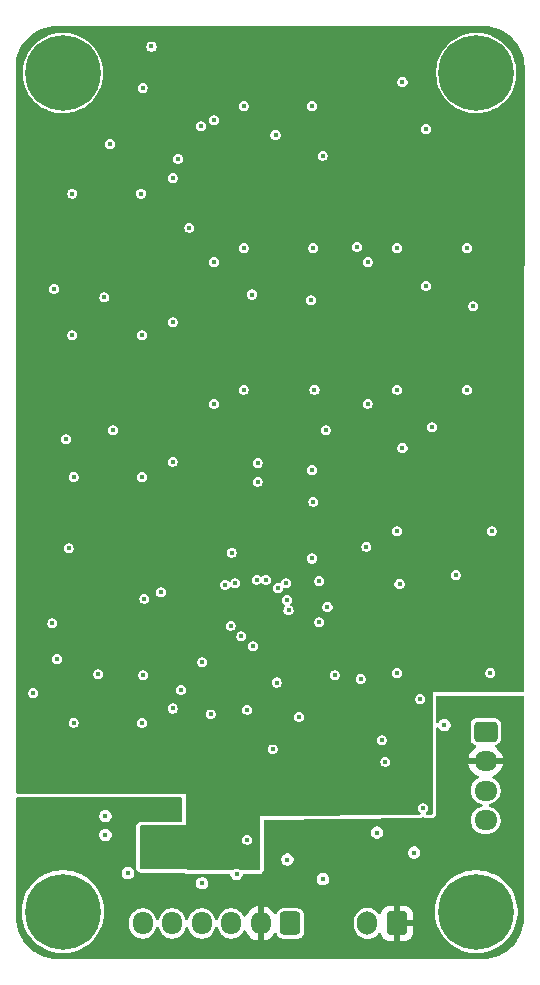
<source format=gbr>
%TF.GenerationSoftware,KiCad,Pcbnew,9.0.0-9.0.0-2~ubuntu24.04.1*%
%TF.CreationDate,2025-03-20T14:26:08+01:00*%
%TF.ProjectId,PCB_controller,5043425f-636f-46e7-9472-6f6c6c65722e,rev?*%
%TF.SameCoordinates,Original*%
%TF.FileFunction,Copper,L2,Inr*%
%TF.FilePolarity,Positive*%
%FSLAX46Y46*%
G04 Gerber Fmt 4.6, Leading zero omitted, Abs format (unit mm)*
G04 Created by KiCad (PCBNEW 9.0.0-9.0.0-2~ubuntu24.04.1) date 2025-03-20 14:26:08*
%MOMM*%
%LPD*%
G01*
G04 APERTURE LIST*
G04 Aperture macros list*
%AMRoundRect*
0 Rectangle with rounded corners*
0 $1 Rounding radius*
0 $2 $3 $4 $5 $6 $7 $8 $9 X,Y pos of 4 corners*
0 Add a 4 corners polygon primitive as box body*
4,1,4,$2,$3,$4,$5,$6,$7,$8,$9,$2,$3,0*
0 Add four circle primitives for the rounded corners*
1,1,$1+$1,$2,$3*
1,1,$1+$1,$4,$5*
1,1,$1+$1,$6,$7*
1,1,$1+$1,$8,$9*
0 Add four rect primitives between the rounded corners*
20,1,$1+$1,$2,$3,$4,$5,0*
20,1,$1+$1,$4,$5,$6,$7,0*
20,1,$1+$1,$6,$7,$8,$9,0*
20,1,$1+$1,$8,$9,$2,$3,0*%
G04 Aperture macros list end*
%TA.AperFunction,ComponentPad*%
%ADD10RoundRect,0.250000X-0.725000X0.600000X-0.725000X-0.600000X0.725000X-0.600000X0.725000X0.600000X0*%
%TD*%
%TA.AperFunction,ComponentPad*%
%ADD11O,1.950000X1.700000*%
%TD*%
%TA.AperFunction,ComponentPad*%
%ADD12C,0.800000*%
%TD*%
%TA.AperFunction,ComponentPad*%
%ADD13C,6.400000*%
%TD*%
%TA.AperFunction,ComponentPad*%
%ADD14RoundRect,0.250000X0.600000X0.725000X-0.600000X0.725000X-0.600000X-0.725000X0.600000X-0.725000X0*%
%TD*%
%TA.AperFunction,ComponentPad*%
%ADD15O,1.700000X1.950000*%
%TD*%
%TA.AperFunction,ComponentPad*%
%ADD16RoundRect,0.250000X0.600000X0.750000X-0.600000X0.750000X-0.600000X-0.750000X0.600000X-0.750000X0*%
%TD*%
%TA.AperFunction,ComponentPad*%
%ADD17O,1.700000X2.000000*%
%TD*%
%TA.AperFunction,ViaPad*%
%ADD18C,0.450000*%
%TD*%
%TA.AperFunction,ViaPad*%
%ADD19C,1.200000*%
%TD*%
G04 APERTURE END LIST*
D10*
%TO.N,GND*%
%TO.C,J3*%
X162787500Y-114750000D03*
D11*
%TO.N,+5V*%
X162787500Y-117250000D03*
%TO.N,I2C1_SDA*%
X162787500Y-119750000D03*
%TO.N,I2C1_SCL*%
X162787500Y-122250000D03*
%TD*%
D12*
%TO.N,GND*%
%TO.C,H1*%
X159600000Y-59000000D03*
X160302944Y-57302944D03*
X160302944Y-60697056D03*
X162000000Y-56600000D03*
D13*
X162000000Y-59000000D03*
D12*
X162000000Y-61400000D03*
X163697056Y-57302944D03*
X163697056Y-60697056D03*
X164400000Y-59000000D03*
%TD*%
D14*
%TO.N,unconnected-(J2-Pin_1-Pad1)*%
%TO.C,J2*%
X146250000Y-131000000D03*
D15*
%TO.N,+5V*%
X143750000Y-131000000D03*
%TO.N,GND*%
X141250000Y-131000000D03*
%TO.N,UART2_HC05_TX*%
X138750000Y-131000000D03*
%TO.N,UART2_HC05_RX*%
X136250000Y-131000000D03*
%TO.N,unconnected-(J2-Pin_6-Pad6)*%
X133750000Y-131000000D03*
%TD*%
D12*
%TO.N,GND*%
%TO.C,H3*%
X124600000Y-59000000D03*
X125302944Y-57302944D03*
X125302944Y-60697056D03*
X127000000Y-56600000D03*
D13*
X127000000Y-59000000D03*
D12*
X127000000Y-61400000D03*
X128697056Y-57302944D03*
X128697056Y-60697056D03*
X129400000Y-59000000D03*
%TD*%
%TO.N,GND*%
%TO.C,H2*%
X124600000Y-130000000D03*
X125302944Y-128302944D03*
X125302944Y-131697056D03*
X127000000Y-127600000D03*
D13*
X127000000Y-130000000D03*
D12*
X127000000Y-132400000D03*
X128697056Y-128302944D03*
X128697056Y-131697056D03*
X129400000Y-130000000D03*
%TD*%
%TO.N,GND*%
%TO.C,H4*%
X159600000Y-130000000D03*
X160302944Y-128302944D03*
X160302944Y-131697056D03*
X162000000Y-127600000D03*
D13*
X162000000Y-130000000D03*
D12*
X162000000Y-132400000D03*
X163697056Y-128302944D03*
X163697056Y-131697056D03*
X164400000Y-130000000D03*
%TD*%
D16*
%TO.N,+5V*%
%TO.C,J1*%
X155287500Y-131000000D03*
D17*
%TO.N,GND*%
X152787500Y-131000000D03*
%TD*%
D18*
%TO.N,GND*%
X157250000Y-112000000D03*
X155750000Y-90750000D03*
X145000000Y-64250000D03*
X127250000Y-90000000D03*
X127500000Y-99250000D03*
X150000000Y-110000000D03*
X147000000Y-113500000D03*
X149000000Y-127250000D03*
X157500000Y-121250000D03*
X156750000Y-125000000D03*
X132500000Y-126750000D03*
X124500000Y-111500000D03*
X144750000Y-116250000D03*
X155500000Y-102250000D03*
X160250000Y-101500000D03*
X158250000Y-89000000D03*
X161750000Y-78750000D03*
X157750000Y-77000000D03*
X143000000Y-77750000D03*
X148000000Y-78250000D03*
X126250000Y-77250000D03*
X130500000Y-78000000D03*
X131250000Y-89250000D03*
X149250000Y-89250000D03*
X136750000Y-66250000D03*
X134500000Y-56750000D03*
X149000000Y-66000000D03*
X133750000Y-60250000D03*
X131000000Y-65000000D03*
X157750000Y-63750000D03*
X155750000Y-59750000D03*
X141700000Y-126800000D03*
X133700000Y-93200000D03*
X142600000Y-112900000D03*
X146000000Y-125600000D03*
X138800000Y-108900000D03*
X127900000Y-114000000D03*
X143500000Y-93600000D03*
X155300000Y-73800000D03*
X126100000Y-105600000D03*
X142300000Y-73800000D03*
X155300000Y-109800000D03*
X153600000Y-123300000D03*
X139800000Y-63000000D03*
X145971232Y-103628768D03*
X127800000Y-81200000D03*
X148100000Y-61800000D03*
X136300000Y-67900000D03*
X161200000Y-85800000D03*
X133700000Y-81200000D03*
X163200000Y-109800000D03*
X149400000Y-104200000D03*
X136300000Y-112800000D03*
X142300000Y-85800000D03*
X152200000Y-110300000D03*
X136300000Y-91900000D03*
X139800000Y-87000000D03*
X143500000Y-92000000D03*
X148100000Y-100100000D03*
X133600000Y-69200000D03*
X163300000Y-97800000D03*
X152700000Y-99100000D03*
X152800000Y-87000000D03*
X133700000Y-114000000D03*
X159300000Y-114200000D03*
X130600000Y-123500000D03*
X155300000Y-85800000D03*
X127800000Y-69200000D03*
X130600000Y-121900000D03*
X139800000Y-75000000D03*
X142600000Y-123900000D03*
X142300000Y-61800000D03*
X148300000Y-85800000D03*
X161200000Y-73800000D03*
X127900000Y-93200000D03*
X148700000Y-102000000D03*
X137000000Y-111200000D03*
X155300000Y-97800000D03*
X152800000Y-75000000D03*
X136300000Y-80100000D03*
X126500000Y-108600000D03*
X148200000Y-73800000D03*
%TO.N,+3.3V*%
X152500000Y-68000000D03*
X153200000Y-104000000D03*
X136100000Y-75000000D03*
X135800000Y-87000000D03*
X139000000Y-56800000D03*
X139300000Y-110600000D03*
X154400000Y-118700000D03*
X135900000Y-99100000D03*
X153000000Y-80200000D03*
X153100000Y-92000000D03*
X140000000Y-80100000D03*
X137100000Y-119400000D03*
X126400000Y-103400000D03*
X146800000Y-100000000D03*
X135900000Y-123900000D03*
X140100000Y-68000000D03*
D19*
X148000000Y-116300000D03*
D18*
X154400000Y-114000000D03*
X148300000Y-103000000D03*
D19*
%TO.N,+5V*%
X151600000Y-126100000D03*
X136200000Y-121200000D03*
D18*
%TO.N,BTN_4*%
X148700000Y-105500000D03*
X151900000Y-73700000D03*
%TO.N,BTN_7*%
X137700000Y-72100000D03*
X141300000Y-99600000D03*
%TO.N,BTN_8*%
X146100000Y-104500000D03*
X138700000Y-63500000D03*
%TO.N,BTN_11*%
X139500000Y-113300000D03*
X141200000Y-105800000D03*
%TO.N,UART2_HC05_TX*%
X138800000Y-127600000D03*
X145100000Y-110600000D03*
%TO.N,I2C1_SDA*%
X154000000Y-115500000D03*
X142100000Y-106700000D03*
%TO.N,I2C1_SCL*%
X143100000Y-107525000D03*
X154300000Y-117300000D03*
%TO.N,UART1_DEBUG_RX*%
X130000000Y-109900000D03*
X143400000Y-101900000D03*
%TO.N,SWCLK*%
X140728768Y-102328768D03*
X135300000Y-102975000D03*
%TO.N,SWDIO*%
X141600000Y-102200000D03*
X133900000Y-103500000D03*
%TO.N,UART1_DEBUG_TX*%
X133800000Y-110000000D03*
X144200000Y-101900000D03*
%TO.N,LED2*%
X148200000Y-95300000D03*
X145900000Y-102200000D03*
%TO.N,LED1*%
X148100000Y-92600000D03*
X145225000Y-102600000D03*
%TD*%
%TA.AperFunction,Conductor*%
%TO.N,+5V*%
G36*
X165993004Y-111725185D02*
G01*
X166038759Y-111777989D01*
X166049964Y-111829584D01*
X166048458Y-113999349D01*
X166037050Y-130425771D01*
X166037050Y-130425772D01*
X166037044Y-130433940D01*
X166037000Y-130434108D01*
X166037000Y-130497035D01*
X166036851Y-130503033D01*
X166020447Y-130836928D01*
X166019254Y-130849037D01*
X165970651Y-131176694D01*
X165968277Y-131188630D01*
X165887792Y-131509944D01*
X165884259Y-131521588D01*
X165772670Y-131833459D01*
X165768014Y-131844702D01*
X165626385Y-132144151D01*
X165620648Y-132154883D01*
X165450362Y-132438988D01*
X165443602Y-132449106D01*
X165246275Y-132715170D01*
X165238555Y-132724576D01*
X165016111Y-132970006D01*
X165007506Y-132978611D01*
X164762076Y-133201055D01*
X164752670Y-133208775D01*
X164486606Y-133406102D01*
X164476488Y-133412862D01*
X164192383Y-133583148D01*
X164181651Y-133588885D01*
X163882202Y-133730514D01*
X163870959Y-133735170D01*
X163559088Y-133846759D01*
X163547444Y-133850292D01*
X163226130Y-133930777D01*
X163214194Y-133933151D01*
X162886537Y-133981754D01*
X162874428Y-133982947D01*
X162559489Y-133998419D01*
X162540531Y-133999351D01*
X162534449Y-133999500D01*
X126540551Y-133999500D01*
X126534468Y-133999351D01*
X126514400Y-133998365D01*
X126200571Y-133982947D01*
X126188462Y-133981754D01*
X125860805Y-133933151D01*
X125848869Y-133930777D01*
X125527555Y-133850292D01*
X125515911Y-133846759D01*
X125204040Y-133735170D01*
X125192801Y-133730515D01*
X124893344Y-133588883D01*
X124882621Y-133583150D01*
X124598511Y-133412862D01*
X124588393Y-133406102D01*
X124322329Y-133208775D01*
X124312923Y-133201055D01*
X124273975Y-133165755D01*
X124067486Y-132978604D01*
X124058895Y-132970013D01*
X123836444Y-132724576D01*
X123828724Y-132715170D01*
X123631397Y-132449106D01*
X123624637Y-132438988D01*
X123621861Y-132434356D01*
X123454344Y-132154871D01*
X123448620Y-132144163D01*
X123306979Y-131844688D01*
X123302329Y-131833459D01*
X123302006Y-131832557D01*
X123217878Y-131597434D01*
X123190740Y-131521588D01*
X123187207Y-131509944D01*
X123106719Y-131188617D01*
X123104348Y-131176694D01*
X123087902Y-131065826D01*
X123055745Y-130849037D01*
X123054552Y-130836927D01*
X123038149Y-130503032D01*
X123038000Y-130497038D01*
X123038000Y-130497035D01*
X123038000Y-130434108D01*
X123037954Y-130433938D01*
X123037533Y-129828031D01*
X123499500Y-129828031D01*
X123499500Y-130171969D01*
X123505403Y-130231903D01*
X123533210Y-130514249D01*
X123600308Y-130851572D01*
X123700150Y-131180706D01*
X123831770Y-131498464D01*
X123831772Y-131498469D01*
X123993893Y-131801775D01*
X123993904Y-131801793D01*
X124184975Y-132087751D01*
X124184985Y-132087765D01*
X124403176Y-132353632D01*
X124646367Y-132596823D01*
X124646372Y-132596827D01*
X124646373Y-132596828D01*
X124912240Y-132815019D01*
X125198213Y-133006100D01*
X125198222Y-133006105D01*
X125198224Y-133006106D01*
X125501530Y-133168227D01*
X125501532Y-133168227D01*
X125501538Y-133168231D01*
X125819295Y-133299850D01*
X126148422Y-133399690D01*
X126485750Y-133466789D01*
X126828031Y-133500500D01*
X126828034Y-133500500D01*
X127171966Y-133500500D01*
X127171969Y-133500500D01*
X127514250Y-133466789D01*
X127851578Y-133399690D01*
X128180705Y-133299850D01*
X128498462Y-133168231D01*
X128801787Y-133006100D01*
X129087760Y-132815019D01*
X129353627Y-132596828D01*
X129596828Y-132353627D01*
X129815019Y-132087760D01*
X130006100Y-131801787D01*
X130168231Y-131498462D01*
X130299850Y-131180705D01*
X130399690Y-130851578D01*
X130413043Y-130784448D01*
X132599500Y-130784448D01*
X132599500Y-131215551D01*
X132627829Y-131394410D01*
X132683787Y-131566636D01*
X132683788Y-131566639D01*
X132766006Y-131727997D01*
X132872441Y-131874494D01*
X132872445Y-131874499D01*
X133000500Y-132002554D01*
X133000505Y-132002558D01*
X133117765Y-132087751D01*
X133147006Y-132108996D01*
X133236750Y-132154723D01*
X133308360Y-132191211D01*
X133308363Y-132191212D01*
X133385304Y-132216211D01*
X133480591Y-132247171D01*
X133563429Y-132260291D01*
X133659449Y-132275500D01*
X133659454Y-132275500D01*
X133840551Y-132275500D01*
X133927259Y-132261765D01*
X134019409Y-132247171D01*
X134191639Y-132191211D01*
X134352994Y-132108996D01*
X134499501Y-132002553D01*
X134627553Y-131874501D01*
X134733996Y-131727994D01*
X134816211Y-131566639D01*
X134872171Y-131394409D01*
X134877527Y-131360594D01*
X134907456Y-131297459D01*
X134966768Y-131260528D01*
X135036630Y-131261526D01*
X135094863Y-131300136D01*
X135122473Y-131360594D01*
X135127829Y-131394410D01*
X135183787Y-131566636D01*
X135183788Y-131566639D01*
X135266006Y-131727997D01*
X135372441Y-131874494D01*
X135372445Y-131874499D01*
X135500500Y-132002554D01*
X135500505Y-132002558D01*
X135617765Y-132087751D01*
X135647006Y-132108996D01*
X135736750Y-132154723D01*
X135808360Y-132191211D01*
X135808363Y-132191212D01*
X135885304Y-132216211D01*
X135980591Y-132247171D01*
X136063429Y-132260291D01*
X136159449Y-132275500D01*
X136159454Y-132275500D01*
X136340551Y-132275500D01*
X136427259Y-132261765D01*
X136519409Y-132247171D01*
X136691639Y-132191211D01*
X136852994Y-132108996D01*
X136999501Y-132002553D01*
X137127553Y-131874501D01*
X137233996Y-131727994D01*
X137316211Y-131566639D01*
X137372171Y-131394409D01*
X137377527Y-131360594D01*
X137407456Y-131297459D01*
X137466768Y-131260528D01*
X137536630Y-131261526D01*
X137594863Y-131300136D01*
X137622473Y-131360594D01*
X137627829Y-131394410D01*
X137683787Y-131566636D01*
X137683788Y-131566639D01*
X137766006Y-131727997D01*
X137872441Y-131874494D01*
X137872445Y-131874499D01*
X138000500Y-132002554D01*
X138000505Y-132002558D01*
X138117765Y-132087751D01*
X138147006Y-132108996D01*
X138236750Y-132154723D01*
X138308360Y-132191211D01*
X138308363Y-132191212D01*
X138385304Y-132216211D01*
X138480591Y-132247171D01*
X138563429Y-132260291D01*
X138659449Y-132275500D01*
X138659454Y-132275500D01*
X138840551Y-132275500D01*
X138927259Y-132261765D01*
X139019409Y-132247171D01*
X139191639Y-132191211D01*
X139352994Y-132108996D01*
X139499501Y-132002553D01*
X139627553Y-131874501D01*
X139733996Y-131727994D01*
X139816211Y-131566639D01*
X139872171Y-131394409D01*
X139877527Y-131360594D01*
X139907456Y-131297459D01*
X139966768Y-131260528D01*
X140036630Y-131261526D01*
X140094863Y-131300136D01*
X140122473Y-131360594D01*
X140127829Y-131394410D01*
X140183787Y-131566636D01*
X140183788Y-131566639D01*
X140266006Y-131727997D01*
X140372441Y-131874494D01*
X140372445Y-131874499D01*
X140500500Y-132002554D01*
X140500505Y-132002558D01*
X140617765Y-132087751D01*
X140647006Y-132108996D01*
X140736750Y-132154723D01*
X140808360Y-132191211D01*
X140808363Y-132191212D01*
X140885304Y-132216211D01*
X140980591Y-132247171D01*
X141063429Y-132260291D01*
X141159449Y-132275500D01*
X141159454Y-132275500D01*
X141340551Y-132275500D01*
X141427259Y-132261765D01*
X141519409Y-132247171D01*
X141691639Y-132191211D01*
X141852994Y-132108996D01*
X141999501Y-132002553D01*
X142127553Y-131874501D01*
X142233996Y-131727994D01*
X142277563Y-131642488D01*
X142325537Y-131591692D01*
X142393358Y-131574897D01*
X142459493Y-131597434D01*
X142498533Y-131642488D01*
X142595379Y-131832557D01*
X142720272Y-132004459D01*
X142720276Y-132004464D01*
X142870535Y-132154723D01*
X142870540Y-132154727D01*
X143042442Y-132279620D01*
X143231782Y-132376095D01*
X143433871Y-132441757D01*
X143500000Y-132452231D01*
X143500000Y-131404145D01*
X143566657Y-131442630D01*
X143687465Y-131475000D01*
X143812535Y-131475000D01*
X143933343Y-131442630D01*
X144000000Y-131404145D01*
X144000000Y-132452230D01*
X144066126Y-132441757D01*
X144066129Y-132441757D01*
X144268217Y-132376095D01*
X144457557Y-132279620D01*
X144629459Y-132154727D01*
X144629464Y-132154723D01*
X144779721Y-132004466D01*
X144898893Y-131840439D01*
X144954223Y-131797773D01*
X145023836Y-131791794D01*
X145085632Y-131824399D01*
X145114566Y-131867833D01*
X145165638Y-131997341D01*
X145257077Y-132117922D01*
X145377656Y-132209360D01*
X145377657Y-132209360D01*
X145377658Y-132209361D01*
X145518436Y-132264877D01*
X145606898Y-132275500D01*
X145606903Y-132275500D01*
X146893097Y-132275500D01*
X146893102Y-132275500D01*
X146981564Y-132264877D01*
X147122342Y-132209361D01*
X147242922Y-132117922D01*
X147334361Y-131997342D01*
X147389877Y-131856564D01*
X147400500Y-131768102D01*
X147400500Y-130759448D01*
X151637000Y-130759448D01*
X151637000Y-131240551D01*
X151665329Y-131419410D01*
X151721287Y-131591636D01*
X151721288Y-131591639D01*
X151777164Y-131701300D01*
X151790767Y-131727997D01*
X151803506Y-131752997D01*
X151909941Y-131899494D01*
X151909945Y-131899499D01*
X152038000Y-132027554D01*
X152038005Y-132027558D01*
X152120855Y-132087751D01*
X152184506Y-132133996D01*
X152289984Y-132187740D01*
X152345860Y-132216211D01*
X152345863Y-132216212D01*
X152369550Y-132223908D01*
X152518091Y-132272171D01*
X152600929Y-132285291D01*
X152696949Y-132300500D01*
X152696954Y-132300500D01*
X152878051Y-132300500D01*
X152964759Y-132286765D01*
X153056909Y-132272171D01*
X153229139Y-132216211D01*
X153390494Y-132133996D01*
X153537001Y-132027553D01*
X153665053Y-131899501D01*
X153683217Y-131874501D01*
X153713690Y-131832557D01*
X153722124Y-131820948D01*
X153777454Y-131778282D01*
X153847067Y-131772303D01*
X153908862Y-131804908D01*
X153943220Y-131865746D01*
X153945801Y-131881230D01*
X153947994Y-131902697D01*
X154003141Y-132069119D01*
X154003143Y-132069124D01*
X154095184Y-132218345D01*
X154219154Y-132342315D01*
X154368375Y-132434356D01*
X154368380Y-132434358D01*
X154534802Y-132489505D01*
X154534809Y-132489506D01*
X154637519Y-132499999D01*
X155037499Y-132499999D01*
X155037500Y-132499998D01*
X155037500Y-131433012D01*
X155094507Y-131465925D01*
X155221674Y-131500000D01*
X155353326Y-131500000D01*
X155480493Y-131465925D01*
X155537500Y-131433012D01*
X155537500Y-132499999D01*
X155937472Y-132499999D01*
X155937486Y-132499998D01*
X156040197Y-132489505D01*
X156206619Y-132434358D01*
X156206624Y-132434356D01*
X156355845Y-132342315D01*
X156479815Y-132218345D01*
X156571856Y-132069124D01*
X156571858Y-132069119D01*
X156627005Y-131902697D01*
X156627006Y-131902690D01*
X156637499Y-131799986D01*
X156637500Y-131799973D01*
X156637500Y-131250000D01*
X155720512Y-131250000D01*
X155753425Y-131192993D01*
X155787500Y-131065826D01*
X155787500Y-130934174D01*
X155753425Y-130807007D01*
X155720512Y-130750000D01*
X156637499Y-130750000D01*
X156637499Y-130200028D01*
X156637498Y-130200013D01*
X156627005Y-130097302D01*
X156571858Y-129930880D01*
X156571854Y-129930871D01*
X156546696Y-129890083D01*
X156546695Y-129890081D01*
X156508422Y-129828031D01*
X158499500Y-129828031D01*
X158499500Y-130171969D01*
X158505403Y-130231903D01*
X158533210Y-130514249D01*
X158600308Y-130851572D01*
X158700150Y-131180706D01*
X158831770Y-131498464D01*
X158831772Y-131498469D01*
X158993893Y-131801775D01*
X158993904Y-131801793D01*
X159184975Y-132087751D01*
X159184985Y-132087765D01*
X159403176Y-132353632D01*
X159646367Y-132596823D01*
X159646372Y-132596827D01*
X159646373Y-132596828D01*
X159912240Y-132815019D01*
X160198213Y-133006100D01*
X160198222Y-133006105D01*
X160198224Y-133006106D01*
X160501530Y-133168227D01*
X160501532Y-133168227D01*
X160501538Y-133168231D01*
X160819295Y-133299850D01*
X161148422Y-133399690D01*
X161485750Y-133466789D01*
X161828031Y-133500500D01*
X161828034Y-133500500D01*
X162171966Y-133500500D01*
X162171969Y-133500500D01*
X162514250Y-133466789D01*
X162851578Y-133399690D01*
X163180705Y-133299850D01*
X163498462Y-133168231D01*
X163801787Y-133006100D01*
X164087760Y-132815019D01*
X164353627Y-132596828D01*
X164596828Y-132353627D01*
X164815019Y-132087760D01*
X165006100Y-131801787D01*
X165168231Y-131498462D01*
X165299850Y-131180705D01*
X165399690Y-130851578D01*
X165466789Y-130514250D01*
X165500500Y-130171969D01*
X165500500Y-129828031D01*
X165466789Y-129485750D01*
X165399690Y-129148422D01*
X165299850Y-128819295D01*
X165168231Y-128501538D01*
X165006100Y-128198213D01*
X164815019Y-127912240D01*
X164596828Y-127646373D01*
X164596827Y-127646372D01*
X164596823Y-127646367D01*
X164353632Y-127403176D01*
X164087765Y-127184985D01*
X164087764Y-127184984D01*
X164087760Y-127184981D01*
X163801787Y-126993900D01*
X163801782Y-126993897D01*
X163801775Y-126993893D01*
X163498469Y-126831772D01*
X163498464Y-126831770D01*
X163492964Y-126829492D01*
X163372503Y-126779595D01*
X163180706Y-126700150D01*
X162851572Y-126600308D01*
X162514248Y-126533210D01*
X162514249Y-126533210D01*
X162256456Y-126507821D01*
X162171969Y-126499500D01*
X161828031Y-126499500D01*
X161749966Y-126507188D01*
X161485750Y-126533210D01*
X161148427Y-126600308D01*
X160819293Y-126700150D01*
X160501535Y-126831770D01*
X160501530Y-126831772D01*
X160198224Y-126993893D01*
X160198206Y-126993904D01*
X159912248Y-127184975D01*
X159912234Y-127184985D01*
X159646367Y-127403176D01*
X159403176Y-127646367D01*
X159184985Y-127912234D01*
X159184975Y-127912248D01*
X158993904Y-128198206D01*
X158993893Y-128198224D01*
X158831772Y-128501530D01*
X158831770Y-128501535D01*
X158700150Y-128819293D01*
X158600308Y-129148427D01*
X158533210Y-129485750D01*
X158508650Y-129735123D01*
X158499500Y-129828031D01*
X156508422Y-129828031D01*
X156479819Y-129781659D01*
X156479816Y-129781655D01*
X156355845Y-129657684D01*
X156206624Y-129565643D01*
X156206619Y-129565641D01*
X156040197Y-129510494D01*
X156040190Y-129510493D01*
X155937486Y-129500000D01*
X155537500Y-129500000D01*
X155537500Y-130566988D01*
X155480493Y-130534075D01*
X155353326Y-130500000D01*
X155221674Y-130500000D01*
X155094507Y-130534075D01*
X155037500Y-130566988D01*
X155037500Y-129500000D01*
X154637528Y-129500000D01*
X154637512Y-129500001D01*
X154534802Y-129510494D01*
X154368380Y-129565641D01*
X154368375Y-129565643D01*
X154219154Y-129657684D01*
X154095184Y-129781654D01*
X154003143Y-129930875D01*
X154003141Y-129930880D01*
X153947994Y-130097302D01*
X153947991Y-130097317D01*
X153945799Y-130118773D01*
X153919401Y-130183464D01*
X153862219Y-130223613D01*
X153792408Y-130226474D01*
X153732132Y-130191138D01*
X153722123Y-130179050D01*
X153716978Y-130171969D01*
X153696250Y-130143438D01*
X153665056Y-130100502D01*
X153536999Y-129972445D01*
X153536994Y-129972441D01*
X153390497Y-129866006D01*
X153390496Y-129866005D01*
X153390494Y-129866004D01*
X153338800Y-129839664D01*
X153229139Y-129783788D01*
X153229136Y-129783787D01*
X153056910Y-129727829D01*
X152878051Y-129699500D01*
X152878046Y-129699500D01*
X152696954Y-129699500D01*
X152696949Y-129699500D01*
X152518089Y-129727829D01*
X152345863Y-129783787D01*
X152345860Y-129783788D01*
X152184502Y-129866006D01*
X152038005Y-129972441D01*
X152038000Y-129972445D01*
X151909945Y-130100500D01*
X151909941Y-130100505D01*
X151803506Y-130247002D01*
X151721288Y-130408360D01*
X151721287Y-130408363D01*
X151665329Y-130580589D01*
X151637000Y-130759448D01*
X147400500Y-130759448D01*
X147400500Y-130231898D01*
X147389877Y-130143436D01*
X147334361Y-130002658D01*
X147334360Y-130002657D01*
X147334360Y-130002656D01*
X147242922Y-129882077D01*
X147122343Y-129790639D01*
X146981561Y-129735122D01*
X146935926Y-129729642D01*
X146893102Y-129724500D01*
X145606898Y-129724500D01*
X145567853Y-129729188D01*
X145518438Y-129735122D01*
X145377656Y-129790639D01*
X145257077Y-129882077D01*
X145165638Y-130002658D01*
X145114566Y-130132166D01*
X145071660Y-130187309D01*
X145005752Y-130210502D01*
X144937768Y-130194381D01*
X144898894Y-130159560D01*
X144779727Y-129995540D01*
X144779723Y-129995535D01*
X144629464Y-129845276D01*
X144629459Y-129845272D01*
X144457557Y-129720379D01*
X144268215Y-129623903D01*
X144066124Y-129558241D01*
X144000000Y-129547768D01*
X144000000Y-130595854D01*
X143933343Y-130557370D01*
X143812535Y-130525000D01*
X143687465Y-130525000D01*
X143566657Y-130557370D01*
X143500000Y-130595854D01*
X143500000Y-129547768D01*
X143499999Y-129547768D01*
X143433875Y-129558241D01*
X143231784Y-129623903D01*
X143042442Y-129720379D01*
X142870540Y-129845272D01*
X142870535Y-129845276D01*
X142720276Y-129995535D01*
X142720272Y-129995540D01*
X142595379Y-130167442D01*
X142498533Y-130357511D01*
X142450558Y-130408307D01*
X142382737Y-130425102D01*
X142316602Y-130402564D01*
X142277563Y-130357511D01*
X142233996Y-130272006D01*
X142181701Y-130200028D01*
X142127558Y-130125505D01*
X142127554Y-130125500D01*
X141999499Y-129997445D01*
X141999494Y-129997441D01*
X141852997Y-129891006D01*
X141852996Y-129891005D01*
X141852994Y-129891004D01*
X141801300Y-129864664D01*
X141691639Y-129808788D01*
X141691636Y-129808787D01*
X141519410Y-129752829D01*
X141340551Y-129724500D01*
X141340546Y-129724500D01*
X141159454Y-129724500D01*
X141159449Y-129724500D01*
X140980589Y-129752829D01*
X140808363Y-129808787D01*
X140808360Y-129808788D01*
X140647002Y-129891006D01*
X140500505Y-129997441D01*
X140500500Y-129997445D01*
X140372445Y-130125500D01*
X140372441Y-130125505D01*
X140266006Y-130272002D01*
X140183788Y-130433360D01*
X140183787Y-130433363D01*
X140127829Y-130605589D01*
X140122473Y-130639406D01*
X140092543Y-130702540D01*
X140033232Y-130739471D01*
X139963369Y-130738473D01*
X139905137Y-130699863D01*
X139877527Y-130639406D01*
X139874438Y-130619905D01*
X139872171Y-130605591D01*
X139842493Y-130514249D01*
X139816212Y-130433363D01*
X139816211Y-130433360D01*
X139777563Y-130357511D01*
X139733996Y-130272006D01*
X139681701Y-130200028D01*
X139627558Y-130125505D01*
X139627554Y-130125500D01*
X139499499Y-129997445D01*
X139499494Y-129997441D01*
X139352997Y-129891006D01*
X139352996Y-129891005D01*
X139352994Y-129891004D01*
X139301300Y-129864664D01*
X139191639Y-129808788D01*
X139191636Y-129808787D01*
X139019410Y-129752829D01*
X138840551Y-129724500D01*
X138840546Y-129724500D01*
X138659454Y-129724500D01*
X138659449Y-129724500D01*
X138480589Y-129752829D01*
X138308363Y-129808787D01*
X138308360Y-129808788D01*
X138147002Y-129891006D01*
X138000505Y-129997441D01*
X138000500Y-129997445D01*
X137872445Y-130125500D01*
X137872441Y-130125505D01*
X137766006Y-130272002D01*
X137683788Y-130433360D01*
X137683787Y-130433363D01*
X137627829Y-130605589D01*
X137622473Y-130639406D01*
X137592543Y-130702540D01*
X137533232Y-130739471D01*
X137463369Y-130738473D01*
X137405137Y-130699863D01*
X137377527Y-130639406D01*
X137374438Y-130619905D01*
X137372171Y-130605591D01*
X137342493Y-130514249D01*
X137316212Y-130433363D01*
X137316211Y-130433360D01*
X137277563Y-130357511D01*
X137233996Y-130272006D01*
X137181701Y-130200028D01*
X137127558Y-130125505D01*
X137127554Y-130125500D01*
X136999499Y-129997445D01*
X136999494Y-129997441D01*
X136852997Y-129891006D01*
X136852996Y-129891005D01*
X136852994Y-129891004D01*
X136801300Y-129864664D01*
X136691639Y-129808788D01*
X136691636Y-129808787D01*
X136519410Y-129752829D01*
X136340551Y-129724500D01*
X136340546Y-129724500D01*
X136159454Y-129724500D01*
X136159449Y-129724500D01*
X135980589Y-129752829D01*
X135808363Y-129808787D01*
X135808360Y-129808788D01*
X135647002Y-129891006D01*
X135500505Y-129997441D01*
X135500500Y-129997445D01*
X135372445Y-130125500D01*
X135372441Y-130125505D01*
X135266006Y-130272002D01*
X135183788Y-130433360D01*
X135183787Y-130433363D01*
X135127829Y-130605589D01*
X135122473Y-130639406D01*
X135092543Y-130702540D01*
X135033232Y-130739471D01*
X134963369Y-130738473D01*
X134905137Y-130699863D01*
X134877527Y-130639406D01*
X134874438Y-130619905D01*
X134872171Y-130605591D01*
X134842493Y-130514249D01*
X134816212Y-130433363D01*
X134816211Y-130433360D01*
X134777563Y-130357511D01*
X134733996Y-130272006D01*
X134681701Y-130200028D01*
X134627558Y-130125505D01*
X134627554Y-130125500D01*
X134499499Y-129997445D01*
X134499494Y-129997441D01*
X134352997Y-129891006D01*
X134352996Y-129891005D01*
X134352994Y-129891004D01*
X134301300Y-129864664D01*
X134191639Y-129808788D01*
X134191636Y-129808787D01*
X134019410Y-129752829D01*
X133840551Y-129724500D01*
X133840546Y-129724500D01*
X133659454Y-129724500D01*
X133659449Y-129724500D01*
X133480589Y-129752829D01*
X133308363Y-129808787D01*
X133308360Y-129808788D01*
X133147002Y-129891006D01*
X133000505Y-129997441D01*
X133000500Y-129997445D01*
X132872445Y-130125500D01*
X132872441Y-130125505D01*
X132766006Y-130272002D01*
X132683788Y-130433360D01*
X132683787Y-130433363D01*
X132627829Y-130605589D01*
X132599500Y-130784448D01*
X130413043Y-130784448D01*
X130466789Y-130514250D01*
X130500500Y-130171969D01*
X130500500Y-129828031D01*
X130466789Y-129485750D01*
X130399690Y-129148422D01*
X130299850Y-128819295D01*
X130168231Y-128501538D01*
X130006100Y-128198213D01*
X129815019Y-127912240D01*
X129596828Y-127646373D01*
X129596827Y-127646372D01*
X129596823Y-127646367D01*
X129481273Y-127530817D01*
X138274500Y-127530817D01*
X138274500Y-127669183D01*
X138302988Y-127775500D01*
X138310312Y-127802835D01*
X138310313Y-127802838D01*
X138379492Y-127922661D01*
X138379494Y-127922664D01*
X138379495Y-127922665D01*
X138477335Y-128020505D01*
X138597164Y-128089688D01*
X138730817Y-128125500D01*
X138730819Y-128125500D01*
X138869181Y-128125500D01*
X138869183Y-128125500D01*
X139002836Y-128089688D01*
X139122665Y-128020505D01*
X139220505Y-127922665D01*
X139289688Y-127802836D01*
X139325500Y-127669183D01*
X139325500Y-127530817D01*
X139289688Y-127397164D01*
X139227637Y-127289688D01*
X139220507Y-127277338D01*
X139220503Y-127277333D01*
X139122666Y-127179496D01*
X139122661Y-127179492D01*
X139002838Y-127110313D01*
X139002837Y-127110312D01*
X139002836Y-127110312D01*
X138869183Y-127074500D01*
X138730817Y-127074500D01*
X138597164Y-127110312D01*
X138597161Y-127110313D01*
X138477338Y-127179492D01*
X138477333Y-127179496D01*
X138379496Y-127277333D01*
X138379492Y-127277338D01*
X138310313Y-127397161D01*
X138310312Y-127397164D01*
X138274500Y-127530817D01*
X129481273Y-127530817D01*
X129353632Y-127403176D01*
X129087765Y-127184985D01*
X129087764Y-127184984D01*
X129087760Y-127184981D01*
X128801787Y-126993900D01*
X128801782Y-126993897D01*
X128801775Y-126993893D01*
X128498469Y-126831772D01*
X128498464Y-126831770D01*
X128492972Y-126829495D01*
X128295663Y-126747767D01*
X128180706Y-126700150D01*
X128116974Y-126680817D01*
X131974500Y-126680817D01*
X131974500Y-126819183D01*
X131987898Y-126869183D01*
X132010312Y-126952835D01*
X132010313Y-126952838D01*
X132079492Y-127072661D01*
X132079494Y-127072664D01*
X132079495Y-127072665D01*
X132177335Y-127170505D01*
X132297164Y-127239688D01*
X132430817Y-127275500D01*
X132430819Y-127275500D01*
X132569181Y-127275500D01*
X132569183Y-127275500D01*
X132702836Y-127239688D01*
X132822665Y-127170505D01*
X132920505Y-127072665D01*
X132989688Y-126952836D01*
X133025500Y-126819183D01*
X133025500Y-126680817D01*
X132989688Y-126547164D01*
X132920505Y-126427335D01*
X132822665Y-126329495D01*
X132822664Y-126329494D01*
X132822661Y-126329492D01*
X132702838Y-126260313D01*
X132702837Y-126260312D01*
X132702836Y-126260312D01*
X132569183Y-126224500D01*
X132430817Y-126224500D01*
X132297164Y-126260312D01*
X132297161Y-126260313D01*
X132177338Y-126329492D01*
X132177333Y-126329496D01*
X132079496Y-126427333D01*
X132079492Y-126427338D01*
X132010313Y-126547161D01*
X132010312Y-126547164D01*
X131974500Y-126680817D01*
X128116974Y-126680817D01*
X127851572Y-126600308D01*
X127514248Y-126533210D01*
X127514249Y-126533210D01*
X127256456Y-126507821D01*
X127171969Y-126499500D01*
X126828031Y-126499500D01*
X126749966Y-126507188D01*
X126485750Y-126533210D01*
X126148427Y-126600308D01*
X125819293Y-126700150D01*
X125501535Y-126831770D01*
X125501530Y-126831772D01*
X125198224Y-126993893D01*
X125198206Y-126993904D01*
X124912248Y-127184975D01*
X124912234Y-127184985D01*
X124646367Y-127403176D01*
X124403176Y-127646367D01*
X124184985Y-127912234D01*
X124184975Y-127912248D01*
X123993904Y-128198206D01*
X123993893Y-128198224D01*
X123831772Y-128501530D01*
X123831770Y-128501535D01*
X123700150Y-128819293D01*
X123600308Y-129148427D01*
X123533210Y-129485750D01*
X123508650Y-129735123D01*
X123499500Y-129828031D01*
X123037533Y-129828031D01*
X123033091Y-123430817D01*
X130074500Y-123430817D01*
X130074500Y-123569183D01*
X130088831Y-123622665D01*
X130110312Y-123702835D01*
X130110313Y-123702838D01*
X130179492Y-123822661D01*
X130179494Y-123822664D01*
X130179495Y-123822665D01*
X130277335Y-123920505D01*
X130397164Y-123989688D01*
X130530817Y-124025500D01*
X130530819Y-124025500D01*
X130669181Y-124025500D01*
X130669183Y-124025500D01*
X130802836Y-123989688D01*
X130922665Y-123920505D01*
X131020505Y-123822665D01*
X131089688Y-123702836D01*
X131125500Y-123569183D01*
X131125500Y-123430817D01*
X131089688Y-123297164D01*
X131020505Y-123177335D01*
X130922665Y-123079495D01*
X130922664Y-123079494D01*
X130922661Y-123079492D01*
X130802838Y-123010313D01*
X130802837Y-123010312D01*
X130802836Y-123010312D01*
X130669183Y-122974500D01*
X130530817Y-122974500D01*
X130397164Y-123010312D01*
X130397161Y-123010313D01*
X130277338Y-123079492D01*
X130277333Y-123079496D01*
X130179496Y-123177333D01*
X130179492Y-123177338D01*
X130110313Y-123297161D01*
X130110312Y-123297164D01*
X130074500Y-123430817D01*
X123033091Y-123430817D01*
X123032084Y-121980589D01*
X123031980Y-121830817D01*
X130074500Y-121830817D01*
X130074500Y-121969183D01*
X130107878Y-122093750D01*
X130110312Y-122102835D01*
X130110313Y-122102838D01*
X130179492Y-122222661D01*
X130179494Y-122222664D01*
X130179495Y-122222665D01*
X130277335Y-122320505D01*
X130397164Y-122389688D01*
X130530817Y-122425500D01*
X130530819Y-122425500D01*
X130669181Y-122425500D01*
X130669183Y-122425500D01*
X130802836Y-122389688D01*
X130922665Y-122320505D01*
X131020505Y-122222665D01*
X131089688Y-122102836D01*
X131125500Y-121969183D01*
X131125500Y-121830817D01*
X131089688Y-121697164D01*
X131020505Y-121577335D01*
X130922665Y-121479495D01*
X130922664Y-121479494D01*
X130922661Y-121479492D01*
X130802838Y-121410313D01*
X130802837Y-121410312D01*
X130802836Y-121410312D01*
X130669183Y-121374500D01*
X130530817Y-121374500D01*
X130397164Y-121410312D01*
X130397161Y-121410313D01*
X130277338Y-121479492D01*
X130277333Y-121479496D01*
X130179496Y-121577333D01*
X130179492Y-121577338D01*
X130110313Y-121697161D01*
X130110312Y-121697164D01*
X130074500Y-121830817D01*
X123031980Y-121830817D01*
X123031974Y-121822776D01*
X123031852Y-121647002D01*
X123031006Y-120429584D01*
X123050644Y-120362533D01*
X123103416Y-120316741D01*
X123155006Y-120305500D01*
X136970500Y-120305500D01*
X137037539Y-120325185D01*
X137083294Y-120377989D01*
X137094500Y-120429500D01*
X137094500Y-122270500D01*
X137074815Y-122337539D01*
X137022011Y-122383294D01*
X136970500Y-122394500D01*
X133624000Y-122394500D01*
X133623991Y-122394500D01*
X133623990Y-122394501D01*
X133559064Y-122401481D01*
X133559052Y-122401483D01*
X133507546Y-122412688D01*
X133469345Y-122423644D01*
X133469341Y-122423646D01*
X133372431Y-122480323D01*
X133372428Y-122480325D01*
X133319623Y-122526081D01*
X133319612Y-122526091D01*
X133277451Y-122570807D01*
X133277445Y-122570816D01*
X133226560Y-122670890D01*
X133206877Y-122737921D01*
X133206876Y-122737928D01*
X133201618Y-122774500D01*
X133194500Y-122824002D01*
X133194500Y-126277211D01*
X133201166Y-126340682D01*
X133211873Y-126391089D01*
X133211877Y-126391104D01*
X133222146Y-126427930D01*
X133222147Y-126427932D01*
X133222148Y-126427934D01*
X133277874Y-126525399D01*
X133277878Y-126525403D01*
X133277881Y-126525408D01*
X133279989Y-126527889D01*
X133323109Y-126578649D01*
X133323117Y-126578656D01*
X133323121Y-126578661D01*
X133367425Y-126621262D01*
X133367428Y-126621264D01*
X133467003Y-126673130D01*
X133487060Y-126679233D01*
X133533844Y-126693470D01*
X133533843Y-126693470D01*
X133547061Y-126695502D01*
X133619789Y-126706688D01*
X141056563Y-126779595D01*
X141123404Y-126799936D01*
X141168639Y-126853186D01*
X141175119Y-126871493D01*
X141196914Y-126952835D01*
X141210312Y-127002835D01*
X141210313Y-127002838D01*
X141279492Y-127122661D01*
X141279494Y-127122663D01*
X141279495Y-127122665D01*
X141377335Y-127220505D01*
X141377336Y-127220506D01*
X141377338Y-127220507D01*
X141410559Y-127239687D01*
X141497164Y-127289688D01*
X141630817Y-127325500D01*
X141630819Y-127325500D01*
X141769181Y-127325500D01*
X141769183Y-127325500D01*
X141902836Y-127289688D01*
X142022665Y-127220505D01*
X142062353Y-127180817D01*
X148474500Y-127180817D01*
X148474500Y-127319183D01*
X148476193Y-127325499D01*
X148510312Y-127452835D01*
X148510313Y-127452838D01*
X148579492Y-127572661D01*
X148579494Y-127572664D01*
X148579495Y-127572665D01*
X148677335Y-127670505D01*
X148797164Y-127739688D01*
X148930817Y-127775500D01*
X148930819Y-127775500D01*
X149069181Y-127775500D01*
X149069183Y-127775500D01*
X149202836Y-127739688D01*
X149322665Y-127670505D01*
X149420505Y-127572665D01*
X149489688Y-127452836D01*
X149525500Y-127319183D01*
X149525500Y-127180817D01*
X149489688Y-127047164D01*
X149435228Y-126952836D01*
X149420507Y-126927338D01*
X149420503Y-126927333D01*
X149322666Y-126829496D01*
X149322661Y-126829492D01*
X149202838Y-126760313D01*
X149202837Y-126760312D01*
X149202836Y-126760312D01*
X149069183Y-126724500D01*
X148930817Y-126724500D01*
X148797164Y-126760312D01*
X148797161Y-126760313D01*
X148677338Y-126829492D01*
X148677333Y-126829496D01*
X148579496Y-126927333D01*
X148579492Y-126927338D01*
X148510313Y-127047161D01*
X148510312Y-127047164D01*
X148474500Y-127180817D01*
X142062353Y-127180817D01*
X142120505Y-127122665D01*
X142189688Y-127002836D01*
X142221502Y-126884102D01*
X142257866Y-126824444D01*
X142320713Y-126793915D01*
X142342491Y-126792204D01*
X143571789Y-126804257D01*
X143638261Y-126797605D01*
X143690988Y-126786405D01*
X143730658Y-126775132D01*
X143827571Y-126718453D01*
X143880375Y-126672698D01*
X143880382Y-126672690D01*
X143880387Y-126672686D01*
X143922548Y-126627970D01*
X143922553Y-126627965D01*
X143973439Y-126527889D01*
X143993124Y-126460850D01*
X144005500Y-126374778D01*
X144005500Y-125530817D01*
X145474500Y-125530817D01*
X145474500Y-125669182D01*
X145510312Y-125802835D01*
X145510313Y-125802838D01*
X145579492Y-125922661D01*
X145579494Y-125922664D01*
X145579495Y-125922665D01*
X145677335Y-126020505D01*
X145797164Y-126089688D01*
X145930817Y-126125500D01*
X145930819Y-126125500D01*
X146069181Y-126125500D01*
X146069183Y-126125500D01*
X146202836Y-126089688D01*
X146322665Y-126020505D01*
X146420505Y-125922665D01*
X146489688Y-125802836D01*
X146525500Y-125669183D01*
X146525500Y-125530817D01*
X146489688Y-125397164D01*
X146420505Y-125277335D01*
X146322665Y-125179495D01*
X146322664Y-125179494D01*
X146322661Y-125179492D01*
X146202838Y-125110313D01*
X146202837Y-125110312D01*
X146202836Y-125110312D01*
X146069183Y-125074500D01*
X145930817Y-125074500D01*
X145797164Y-125110312D01*
X145797161Y-125110313D01*
X145677338Y-125179492D01*
X145677333Y-125179496D01*
X145579496Y-125277333D01*
X145579492Y-125277338D01*
X145510313Y-125397161D01*
X145510312Y-125397164D01*
X145474500Y-125530817D01*
X144005500Y-125530817D01*
X144005500Y-124930817D01*
X156224500Y-124930817D01*
X156224500Y-125069183D01*
X156235521Y-125110312D01*
X156260312Y-125202835D01*
X156260313Y-125202838D01*
X156329492Y-125322661D01*
X156329494Y-125322664D01*
X156329495Y-125322665D01*
X156427335Y-125420505D01*
X156547164Y-125489688D01*
X156680817Y-125525500D01*
X156680819Y-125525500D01*
X156819181Y-125525500D01*
X156819183Y-125525500D01*
X156952836Y-125489688D01*
X157072665Y-125420505D01*
X157170505Y-125322665D01*
X157239688Y-125202836D01*
X157275500Y-125069183D01*
X157275500Y-124930817D01*
X157239688Y-124797164D01*
X157170505Y-124677335D01*
X157072665Y-124579495D01*
X157072664Y-124579494D01*
X157072661Y-124579492D01*
X156952838Y-124510313D01*
X156952837Y-124510312D01*
X156952836Y-124510312D01*
X156819183Y-124474500D01*
X156680817Y-124474500D01*
X156547164Y-124510312D01*
X156547161Y-124510313D01*
X156427338Y-124579492D01*
X156427333Y-124579496D01*
X156329496Y-124677333D01*
X156329492Y-124677338D01*
X156260313Y-124797161D01*
X156260312Y-124797164D01*
X156224500Y-124930817D01*
X144005500Y-124930817D01*
X144005500Y-123230817D01*
X153074500Y-123230817D01*
X153074500Y-123369183D01*
X153082892Y-123400500D01*
X153110312Y-123502835D01*
X153110313Y-123502838D01*
X153179492Y-123622661D01*
X153179494Y-123622664D01*
X153179495Y-123622665D01*
X153277335Y-123720505D01*
X153397164Y-123789688D01*
X153530817Y-123825500D01*
X153530819Y-123825500D01*
X153669181Y-123825500D01*
X153669183Y-123825500D01*
X153802836Y-123789688D01*
X153922665Y-123720505D01*
X154020505Y-123622665D01*
X154089688Y-123502836D01*
X154125500Y-123369183D01*
X154125500Y-123230817D01*
X154089688Y-123097164D01*
X154039544Y-123010312D01*
X154020507Y-122977338D01*
X154020503Y-122977333D01*
X153922666Y-122879496D01*
X153922661Y-122879492D01*
X153802838Y-122810313D01*
X153802837Y-122810312D01*
X153802836Y-122810312D01*
X153669183Y-122774500D01*
X153530817Y-122774500D01*
X153397164Y-122810312D01*
X153397161Y-122810313D01*
X153277338Y-122879492D01*
X153277333Y-122879496D01*
X153179496Y-122977333D01*
X153179492Y-122977338D01*
X153110313Y-123097161D01*
X153110312Y-123097164D01*
X153074500Y-123230817D01*
X144005500Y-123230817D01*
X144005500Y-122326566D01*
X144025185Y-122259527D01*
X144077989Y-122213772D01*
X144128648Y-122202569D01*
X157159658Y-122113317D01*
X157169514Y-122113090D01*
X157177511Y-122112777D01*
X157272325Y-122093749D01*
X157337789Y-122069332D01*
X157392938Y-122042160D01*
X157419252Y-122017968D01*
X157481924Y-121987088D01*
X157551345Y-121994993D01*
X157587621Y-122018455D01*
X157589844Y-122020522D01*
X157597210Y-122027373D01*
X157697633Y-122077572D01*
X157764806Y-122096797D01*
X157764813Y-122096798D01*
X157764810Y-122096798D01*
X157797889Y-122101322D01*
X157850958Y-122108582D01*
X158178941Y-122106336D01*
X158242811Y-122099137D01*
X158293473Y-122087934D01*
X158330658Y-122077200D01*
X158427571Y-122020521D01*
X158480375Y-121974766D01*
X158480382Y-121974758D01*
X158480387Y-121974754D01*
X158522548Y-121930038D01*
X158522553Y-121930033D01*
X158573439Y-121829957D01*
X158593124Y-121762918D01*
X158605500Y-121676846D01*
X158605500Y-117000000D01*
X161335269Y-117000000D01*
X162383354Y-117000000D01*
X162344870Y-117066657D01*
X162312500Y-117187465D01*
X162312500Y-117312535D01*
X162344870Y-117433343D01*
X162383354Y-117500000D01*
X161335269Y-117500000D01*
X161345742Y-117566126D01*
X161345742Y-117566129D01*
X161411404Y-117768217D01*
X161507879Y-117957557D01*
X161632772Y-118129459D01*
X161632776Y-118129464D01*
X161783035Y-118279723D01*
X161783040Y-118279727D01*
X161954942Y-118404620D01*
X162145011Y-118501466D01*
X162195807Y-118549441D01*
X162212602Y-118617262D01*
X162190065Y-118683397D01*
X162145012Y-118722435D01*
X162059504Y-118766004D01*
X161913005Y-118872441D01*
X161913000Y-118872445D01*
X161784945Y-119000500D01*
X161784941Y-119000505D01*
X161678506Y-119147002D01*
X161596288Y-119308360D01*
X161596287Y-119308363D01*
X161540329Y-119480589D01*
X161512000Y-119659448D01*
X161512000Y-119840551D01*
X161540329Y-120019410D01*
X161596287Y-120191636D01*
X161596288Y-120191639D01*
X161678506Y-120352997D01*
X161784941Y-120499494D01*
X161784945Y-120499499D01*
X161913000Y-120627554D01*
X161913005Y-120627558D01*
X162040787Y-120720396D01*
X162059506Y-120733996D01*
X162164984Y-120787740D01*
X162220860Y-120816211D01*
X162220863Y-120816212D01*
X162306976Y-120844191D01*
X162393091Y-120872171D01*
X162417791Y-120876083D01*
X162426906Y-120877527D01*
X162490040Y-120907457D01*
X162526971Y-120966768D01*
X162525973Y-121036631D01*
X162487363Y-121094863D01*
X162426906Y-121122473D01*
X162393089Y-121127829D01*
X162220863Y-121183787D01*
X162220860Y-121183788D01*
X162059502Y-121266006D01*
X161913005Y-121372441D01*
X161913000Y-121372445D01*
X161784945Y-121500500D01*
X161784941Y-121500505D01*
X161678506Y-121647002D01*
X161596288Y-121808360D01*
X161596287Y-121808363D01*
X161540329Y-121980589D01*
X161512000Y-122159448D01*
X161512000Y-122340551D01*
X161540329Y-122519410D01*
X161596287Y-122691636D01*
X161596288Y-122691639D01*
X161678506Y-122852997D01*
X161784941Y-122999494D01*
X161784945Y-122999499D01*
X161913000Y-123127554D01*
X161913005Y-123127558D01*
X162040787Y-123220396D01*
X162059506Y-123233996D01*
X162164984Y-123287740D01*
X162220860Y-123316211D01*
X162220863Y-123316212D01*
X162306976Y-123344191D01*
X162393091Y-123372171D01*
X162475929Y-123385291D01*
X162571949Y-123400500D01*
X162571954Y-123400500D01*
X163003051Y-123400500D01*
X163089759Y-123386765D01*
X163181909Y-123372171D01*
X163354139Y-123316211D01*
X163515494Y-123233996D01*
X163662001Y-123127553D01*
X163790053Y-122999501D01*
X163896496Y-122852994D01*
X163978711Y-122691639D01*
X164034671Y-122519409D01*
X164053349Y-122401481D01*
X164063000Y-122340551D01*
X164063000Y-122159448D01*
X164046519Y-122055397D01*
X164034671Y-121980591D01*
X163986008Y-121830819D01*
X163978712Y-121808363D01*
X163978711Y-121808360D01*
X163950240Y-121752484D01*
X163896496Y-121647006D01*
X163845880Y-121577338D01*
X163790058Y-121500505D01*
X163790054Y-121500500D01*
X163661999Y-121372445D01*
X163661994Y-121372441D01*
X163515497Y-121266006D01*
X163515496Y-121266005D01*
X163515494Y-121266004D01*
X163453076Y-121234200D01*
X163354139Y-121183788D01*
X163354136Y-121183787D01*
X163181910Y-121127829D01*
X163148094Y-121122473D01*
X163084959Y-121092544D01*
X163048028Y-121033232D01*
X163049026Y-120963370D01*
X163087636Y-120905137D01*
X163148094Y-120877527D01*
X163155888Y-120876292D01*
X163181909Y-120872171D01*
X163354139Y-120816211D01*
X163515494Y-120733996D01*
X163662001Y-120627553D01*
X163790053Y-120499501D01*
X163896496Y-120352994D01*
X163978711Y-120191639D01*
X164034671Y-120019409D01*
X164049265Y-119927259D01*
X164063000Y-119840551D01*
X164063000Y-119659448D01*
X164046519Y-119555397D01*
X164034671Y-119480591D01*
X163978711Y-119308361D01*
X163978711Y-119308360D01*
X163950240Y-119252484D01*
X163896496Y-119147006D01*
X163882896Y-119128287D01*
X163790058Y-119000505D01*
X163790054Y-119000500D01*
X163661999Y-118872445D01*
X163661994Y-118872441D01*
X163515493Y-118766003D01*
X163515492Y-118766002D01*
X163429988Y-118722435D01*
X163379192Y-118674461D01*
X163362397Y-118606640D01*
X163384935Y-118540505D01*
X163429988Y-118501466D01*
X163620058Y-118404620D01*
X163791959Y-118279727D01*
X163791964Y-118279723D01*
X163942223Y-118129464D01*
X163942227Y-118129459D01*
X164067120Y-117957557D01*
X164163595Y-117768217D01*
X164229257Y-117566129D01*
X164229257Y-117566126D01*
X164239731Y-117500000D01*
X163191646Y-117500000D01*
X163230130Y-117433343D01*
X163262500Y-117312535D01*
X163262500Y-117187465D01*
X163230130Y-117066657D01*
X163191646Y-117000000D01*
X164239731Y-117000000D01*
X164229257Y-116933873D01*
X164229257Y-116933870D01*
X164163595Y-116731782D01*
X164067120Y-116542442D01*
X163942227Y-116370540D01*
X163942223Y-116370535D01*
X163791964Y-116220276D01*
X163791959Y-116220272D01*
X163627939Y-116101105D01*
X163585273Y-116045775D01*
X163579294Y-115976162D01*
X163611899Y-115914367D01*
X163655331Y-115885433D01*
X163784842Y-115834361D01*
X163905422Y-115742922D01*
X163996861Y-115622342D01*
X164052377Y-115481564D01*
X164063000Y-115393102D01*
X164063000Y-114106898D01*
X164052377Y-114018436D01*
X163996861Y-113877658D01*
X163996860Y-113877657D01*
X163996860Y-113877656D01*
X163905422Y-113757077D01*
X163784843Y-113665639D01*
X163644061Y-113610122D01*
X163598426Y-113604642D01*
X163555602Y-113599500D01*
X162019398Y-113599500D01*
X161980353Y-113604188D01*
X161930938Y-113610122D01*
X161790156Y-113665639D01*
X161669577Y-113757077D01*
X161578139Y-113877656D01*
X161522622Y-114018438D01*
X161516688Y-114067853D01*
X161512000Y-114106898D01*
X161512000Y-115393102D01*
X161517626Y-115439954D01*
X161522622Y-115481561D01*
X161578139Y-115622343D01*
X161669577Y-115742922D01*
X161790158Y-115834361D01*
X161790160Y-115834362D01*
X161919665Y-115885433D01*
X161974809Y-115928338D01*
X161998002Y-115994246D01*
X161981881Y-116062231D01*
X161947060Y-116101105D01*
X161783040Y-116220272D01*
X161783035Y-116220276D01*
X161632776Y-116370535D01*
X161632772Y-116370540D01*
X161507879Y-116542442D01*
X161411404Y-116731782D01*
X161345742Y-116933870D01*
X161345742Y-116933873D01*
X161335269Y-117000000D01*
X158605500Y-117000000D01*
X158605500Y-114510865D01*
X158625185Y-114443826D01*
X158677989Y-114398071D01*
X158747147Y-114388127D01*
X158810703Y-114417152D01*
X158836885Y-114448863D01*
X158879495Y-114522665D01*
X158977335Y-114620505D01*
X159097164Y-114689688D01*
X159230817Y-114725500D01*
X159230819Y-114725500D01*
X159369181Y-114725500D01*
X159369183Y-114725500D01*
X159502836Y-114689688D01*
X159622665Y-114620505D01*
X159720505Y-114522665D01*
X159789688Y-114402836D01*
X159825500Y-114269183D01*
X159825500Y-114130817D01*
X159789688Y-113997164D01*
X159727317Y-113889134D01*
X159720507Y-113877338D01*
X159720503Y-113877333D01*
X159622666Y-113779496D01*
X159622661Y-113779492D01*
X159502838Y-113710313D01*
X159502837Y-113710312D01*
X159502836Y-113710312D01*
X159369183Y-113674500D01*
X159230817Y-113674500D01*
X159097164Y-113710312D01*
X159097161Y-113710313D01*
X158977338Y-113779492D01*
X158977333Y-113779496D01*
X158879496Y-113877333D01*
X158879492Y-113877338D01*
X158836887Y-113951134D01*
X158786320Y-113999349D01*
X158717713Y-114012573D01*
X158652849Y-113986605D01*
X158612320Y-113929691D01*
X158605500Y-113889134D01*
X158605500Y-111829500D01*
X158625185Y-111762461D01*
X158677989Y-111716706D01*
X158729500Y-111705500D01*
X165925965Y-111705500D01*
X165993004Y-111725185D01*
G37*
%TD.AperFunction*%
%TD*%
%TA.AperFunction,Conductor*%
%TO.N,+3.3V*%
G36*
X162590532Y-55000648D02*
G01*
X162924429Y-55017052D01*
X162936537Y-55018245D01*
X163039646Y-55033539D01*
X163264199Y-55066849D01*
X163276117Y-55069219D01*
X163597451Y-55149709D01*
X163609088Y-55153240D01*
X163680306Y-55178722D01*
X163920967Y-55264832D01*
X163932188Y-55269479D01*
X164231663Y-55411120D01*
X164242371Y-55416844D01*
X164526488Y-55587137D01*
X164536603Y-55593895D01*
X164588319Y-55632250D01*
X164802670Y-55791224D01*
X164812076Y-55798944D01*
X165057513Y-56021395D01*
X165066104Y-56029986D01*
X165111235Y-56079780D01*
X165288555Y-56275423D01*
X165296275Y-56284829D01*
X165493602Y-56550893D01*
X165500362Y-56561011D01*
X165647213Y-56806018D01*
X165670648Y-56845116D01*
X165676383Y-56855844D01*
X165813854Y-57146503D01*
X165818014Y-57155297D01*
X165822670Y-57166540D01*
X165934259Y-57478411D01*
X165937792Y-57490055D01*
X166018277Y-57811369D01*
X166020651Y-57823305D01*
X166069254Y-58150962D01*
X166070447Y-58163072D01*
X166086848Y-58496923D01*
X166086997Y-58503093D01*
X166063447Y-92416080D01*
X166050442Y-111143984D01*
X166050350Y-111276086D01*
X166030619Y-111343112D01*
X165977783Y-111388830D01*
X165926350Y-111400000D01*
X158300000Y-111400000D01*
X158300000Y-121676846D01*
X158280315Y-121743885D01*
X158227511Y-121789640D01*
X158176849Y-121800843D01*
X157848866Y-121803089D01*
X157781693Y-121783864D01*
X157735578Y-121731375D01*
X157725161Y-121662286D01*
X157753750Y-121598533D01*
X157760336Y-121591410D01*
X157761258Y-121590487D01*
X157761263Y-121590485D01*
X157840485Y-121511263D01*
X157896503Y-121414237D01*
X157925500Y-121306018D01*
X157925500Y-121193982D01*
X157896503Y-121085763D01*
X157840485Y-120988737D01*
X157761263Y-120909515D01*
X157664237Y-120853497D01*
X157556018Y-120824500D01*
X157443982Y-120824500D01*
X157335763Y-120853497D01*
X157335760Y-120853498D01*
X157238740Y-120909513D01*
X157238734Y-120909517D01*
X157159517Y-120988734D01*
X157159513Y-120988740D01*
X157103498Y-121085760D01*
X157103497Y-121085763D01*
X157074500Y-121193982D01*
X157074500Y-121306018D01*
X157103497Y-121414237D01*
X157159515Y-121511263D01*
X157159517Y-121511265D01*
X157244398Y-121596146D01*
X157277883Y-121657469D01*
X157272899Y-121727161D01*
X157231027Y-121783094D01*
X157165563Y-121807511D01*
X157157566Y-121807824D01*
X143700000Y-121899999D01*
X143700000Y-126374778D01*
X143680315Y-126441817D01*
X143627511Y-126487572D01*
X143574784Y-126498772D01*
X142033616Y-126483662D01*
X141966773Y-126463321D01*
X141962077Y-126459985D01*
X141864239Y-126403498D01*
X141864238Y-126403497D01*
X141864237Y-126403497D01*
X141756018Y-126374500D01*
X141643982Y-126374500D01*
X141535763Y-126403497D01*
X141535762Y-126403497D01*
X141436882Y-126460585D01*
X141373667Y-126477191D01*
X133622784Y-126401203D01*
X133555941Y-126380862D01*
X133510706Y-126327612D01*
X133500000Y-126277209D01*
X133500000Y-123843982D01*
X142174500Y-123843982D01*
X142174500Y-123956018D01*
X142203497Y-124064237D01*
X142259515Y-124161263D01*
X142338737Y-124240485D01*
X142435763Y-124296503D01*
X142543982Y-124325500D01*
X142543984Y-124325500D01*
X142656016Y-124325500D01*
X142656018Y-124325500D01*
X142764237Y-124296503D01*
X142861263Y-124240485D01*
X142940485Y-124161263D01*
X142996503Y-124064237D01*
X143025500Y-123956018D01*
X143025500Y-123843982D01*
X142996503Y-123735763D01*
X142940485Y-123638737D01*
X142861263Y-123559515D01*
X142764237Y-123503497D01*
X142656018Y-123474500D01*
X142543982Y-123474500D01*
X142435763Y-123503497D01*
X142435760Y-123503498D01*
X142338740Y-123559513D01*
X142338734Y-123559517D01*
X142259517Y-123638734D01*
X142259513Y-123638740D01*
X142203498Y-123735760D01*
X142203497Y-123735763D01*
X142174500Y-123843982D01*
X133500000Y-123843982D01*
X133500000Y-122824000D01*
X133519685Y-122756961D01*
X133572489Y-122711206D01*
X133624000Y-122700000D01*
X137400000Y-122700000D01*
X137400000Y-120000000D01*
X123154623Y-120000000D01*
X123087584Y-119980315D01*
X123041829Y-119927511D01*
X123030623Y-119876086D01*
X123028948Y-117464236D01*
X123028795Y-117243982D01*
X153874500Y-117243982D01*
X153874500Y-117356018D01*
X153903497Y-117464237D01*
X153959515Y-117561263D01*
X154038737Y-117640485D01*
X154135763Y-117696503D01*
X154243982Y-117725500D01*
X154243984Y-117725500D01*
X154356016Y-117725500D01*
X154356018Y-117725500D01*
X154464237Y-117696503D01*
X154561263Y-117640485D01*
X154640485Y-117561263D01*
X154696503Y-117464237D01*
X154725500Y-117356018D01*
X154725500Y-117243982D01*
X154696503Y-117135763D01*
X154640485Y-117038737D01*
X154561263Y-116959515D01*
X154464237Y-116903497D01*
X154356018Y-116874500D01*
X154243982Y-116874500D01*
X154135763Y-116903497D01*
X154135760Y-116903498D01*
X154038740Y-116959513D01*
X154038734Y-116959517D01*
X153959517Y-117038734D01*
X153959513Y-117038740D01*
X153903498Y-117135760D01*
X153903497Y-117135763D01*
X153874500Y-117243982D01*
X123028795Y-117243982D01*
X123028066Y-116193982D01*
X144324500Y-116193982D01*
X144324500Y-116306018D01*
X144353497Y-116414237D01*
X144409515Y-116511263D01*
X144488737Y-116590485D01*
X144585763Y-116646503D01*
X144693982Y-116675500D01*
X144693984Y-116675500D01*
X144806016Y-116675500D01*
X144806018Y-116675500D01*
X144914237Y-116646503D01*
X145011263Y-116590485D01*
X145090485Y-116511263D01*
X145146503Y-116414237D01*
X145175500Y-116306018D01*
X145175500Y-116193982D01*
X145146503Y-116085763D01*
X145090485Y-115988737D01*
X145011263Y-115909515D01*
X144914237Y-115853497D01*
X144806018Y-115824500D01*
X144693982Y-115824500D01*
X144585763Y-115853497D01*
X144585760Y-115853498D01*
X144488740Y-115909513D01*
X144488734Y-115909517D01*
X144409517Y-115988734D01*
X144409513Y-115988740D01*
X144353498Y-116085760D01*
X144353497Y-116085763D01*
X144324500Y-116193982D01*
X123028066Y-116193982D01*
X123027545Y-115443982D01*
X153574500Y-115443982D01*
X153574500Y-115556017D01*
X153603497Y-115664236D01*
X153603498Y-115664239D01*
X153622169Y-115696579D01*
X153659515Y-115761263D01*
X153738737Y-115840485D01*
X153835763Y-115896503D01*
X153943982Y-115925500D01*
X153943984Y-115925500D01*
X154056016Y-115925500D01*
X154056018Y-115925500D01*
X154164237Y-115896503D01*
X154261263Y-115840485D01*
X154340485Y-115761263D01*
X154396503Y-115664237D01*
X154425500Y-115556018D01*
X154425500Y-115443982D01*
X154396503Y-115335763D01*
X154340485Y-115238737D01*
X154261263Y-115159515D01*
X154164237Y-115103497D01*
X154056018Y-115074500D01*
X153943982Y-115074500D01*
X153835763Y-115103497D01*
X153835760Y-115103498D01*
X153738740Y-115159513D01*
X153738734Y-115159517D01*
X153659517Y-115238734D01*
X153659513Y-115238740D01*
X153603498Y-115335760D01*
X153603497Y-115335763D01*
X153574500Y-115443982D01*
X123027545Y-115443982D01*
X123027185Y-114926292D01*
X123026504Y-113943982D01*
X127474500Y-113943982D01*
X127474500Y-114056018D01*
X127503497Y-114164237D01*
X127559515Y-114261263D01*
X127638737Y-114340485D01*
X127735763Y-114396503D01*
X127843982Y-114425500D01*
X127843984Y-114425500D01*
X127956016Y-114425500D01*
X127956018Y-114425500D01*
X128064237Y-114396503D01*
X128161263Y-114340485D01*
X128240485Y-114261263D01*
X128296503Y-114164237D01*
X128325500Y-114056018D01*
X128325500Y-113943982D01*
X133274500Y-113943982D01*
X133274500Y-114056018D01*
X133303497Y-114164237D01*
X133359515Y-114261263D01*
X133438737Y-114340485D01*
X133535763Y-114396503D01*
X133643982Y-114425500D01*
X133643984Y-114425500D01*
X133756016Y-114425500D01*
X133756018Y-114425500D01*
X133864237Y-114396503D01*
X133961263Y-114340485D01*
X134040485Y-114261263D01*
X134096503Y-114164237D01*
X134125500Y-114056018D01*
X134125500Y-113943982D01*
X134096503Y-113835763D01*
X134040485Y-113738737D01*
X133961263Y-113659515D01*
X133864237Y-113603497D01*
X133756018Y-113574500D01*
X133643982Y-113574500D01*
X133535763Y-113603497D01*
X133535760Y-113603498D01*
X133438740Y-113659513D01*
X133438734Y-113659517D01*
X133359517Y-113738734D01*
X133359513Y-113738740D01*
X133303498Y-113835760D01*
X133303497Y-113835763D01*
X133274500Y-113943982D01*
X128325500Y-113943982D01*
X128296503Y-113835763D01*
X128240485Y-113738737D01*
X128161263Y-113659515D01*
X128064237Y-113603497D01*
X127956018Y-113574500D01*
X127843982Y-113574500D01*
X127735763Y-113603497D01*
X127735760Y-113603498D01*
X127638740Y-113659513D01*
X127638734Y-113659517D01*
X127559517Y-113738734D01*
X127559513Y-113738740D01*
X127503498Y-113835760D01*
X127503497Y-113835763D01*
X127474500Y-113943982D01*
X123026504Y-113943982D01*
X123026498Y-113935941D01*
X123026018Y-113243982D01*
X139074500Y-113243982D01*
X139074500Y-113356018D01*
X139103497Y-113464237D01*
X139159515Y-113561263D01*
X139238737Y-113640485D01*
X139335763Y-113696503D01*
X139443982Y-113725500D01*
X139443984Y-113725500D01*
X139556016Y-113725500D01*
X139556018Y-113725500D01*
X139664237Y-113696503D01*
X139761263Y-113640485D01*
X139840485Y-113561263D01*
X139896503Y-113464237D01*
X139901930Y-113443982D01*
X146574500Y-113443982D01*
X146574500Y-113556018D01*
X146603497Y-113664237D01*
X146659515Y-113761263D01*
X146738737Y-113840485D01*
X146835763Y-113896503D01*
X146943982Y-113925500D01*
X146943984Y-113925500D01*
X147056016Y-113925500D01*
X147056018Y-113925500D01*
X147164237Y-113896503D01*
X147261263Y-113840485D01*
X147340485Y-113761263D01*
X147396503Y-113664237D01*
X147425500Y-113556018D01*
X147425500Y-113443982D01*
X147396503Y-113335763D01*
X147340485Y-113238737D01*
X147261263Y-113159515D01*
X147164237Y-113103497D01*
X147056018Y-113074500D01*
X146943982Y-113074500D01*
X146835763Y-113103497D01*
X146835760Y-113103498D01*
X146738740Y-113159513D01*
X146738734Y-113159517D01*
X146659517Y-113238734D01*
X146659513Y-113238740D01*
X146603498Y-113335760D01*
X146603497Y-113335763D01*
X146574500Y-113443982D01*
X139901930Y-113443982D01*
X139925500Y-113356018D01*
X139925500Y-113243982D01*
X139896503Y-113135763D01*
X139840485Y-113038737D01*
X139761263Y-112959515D01*
X139664237Y-112903497D01*
X139556018Y-112874500D01*
X139443982Y-112874500D01*
X139335763Y-112903497D01*
X139335760Y-112903498D01*
X139238740Y-112959513D01*
X139238734Y-112959517D01*
X139159517Y-113038734D01*
X139159513Y-113038740D01*
X139103498Y-113135760D01*
X139103497Y-113135763D01*
X139074500Y-113243982D01*
X123026018Y-113243982D01*
X123025671Y-112743982D01*
X135874500Y-112743982D01*
X135874500Y-112856018D01*
X135903497Y-112964237D01*
X135959515Y-113061263D01*
X136038737Y-113140485D01*
X136135763Y-113196503D01*
X136243982Y-113225500D01*
X136243984Y-113225500D01*
X136356016Y-113225500D01*
X136356018Y-113225500D01*
X136464237Y-113196503D01*
X136561263Y-113140485D01*
X136640485Y-113061263D01*
X136696503Y-112964237D01*
X136725500Y-112856018D01*
X136725500Y-112843982D01*
X142174500Y-112843982D01*
X142174500Y-112956018D01*
X142203497Y-113064237D01*
X142259515Y-113161263D01*
X142338737Y-113240485D01*
X142435763Y-113296503D01*
X142543982Y-113325500D01*
X142543984Y-113325500D01*
X142656016Y-113325500D01*
X142656018Y-113325500D01*
X142764237Y-113296503D01*
X142861263Y-113240485D01*
X142940485Y-113161263D01*
X142996503Y-113064237D01*
X143025500Y-112956018D01*
X143025500Y-112843982D01*
X142996503Y-112735763D01*
X142940485Y-112638737D01*
X142861263Y-112559515D01*
X142764237Y-112503497D01*
X142656018Y-112474500D01*
X142543982Y-112474500D01*
X142435763Y-112503497D01*
X142435760Y-112503498D01*
X142338740Y-112559513D01*
X142338734Y-112559517D01*
X142259517Y-112638734D01*
X142259513Y-112638740D01*
X142203498Y-112735760D01*
X142203497Y-112735763D01*
X142174500Y-112843982D01*
X136725500Y-112843982D01*
X136725500Y-112743982D01*
X136696503Y-112635763D01*
X136640485Y-112538737D01*
X136561263Y-112459515D01*
X136464237Y-112403497D01*
X136356018Y-112374500D01*
X136243982Y-112374500D01*
X136135763Y-112403497D01*
X136135760Y-112403498D01*
X136038740Y-112459513D01*
X136038734Y-112459517D01*
X135959517Y-112538734D01*
X135959513Y-112538740D01*
X135903498Y-112635760D01*
X135903497Y-112635763D01*
X135874500Y-112743982D01*
X123025671Y-112743982D01*
X123025665Y-112735941D01*
X123025115Y-111943982D01*
X156824500Y-111943982D01*
X156824500Y-112056018D01*
X156853497Y-112164237D01*
X156909515Y-112261263D01*
X156988737Y-112340485D01*
X157085763Y-112396503D01*
X157193982Y-112425500D01*
X157193984Y-112425500D01*
X157306016Y-112425500D01*
X157306018Y-112425500D01*
X157414237Y-112396503D01*
X157511263Y-112340485D01*
X157590485Y-112261263D01*
X157646503Y-112164237D01*
X157675500Y-112056018D01*
X157675500Y-111943982D01*
X157646503Y-111835763D01*
X157590485Y-111738737D01*
X157511263Y-111659515D01*
X157414237Y-111603497D01*
X157306018Y-111574500D01*
X157193982Y-111574500D01*
X157085763Y-111603497D01*
X157085760Y-111603498D01*
X156988740Y-111659513D01*
X156988734Y-111659517D01*
X156909517Y-111738734D01*
X156909513Y-111738740D01*
X156853498Y-111835760D01*
X156853497Y-111835763D01*
X156824500Y-111943982D01*
X123025115Y-111943982D01*
X123024768Y-111443982D01*
X124074500Y-111443982D01*
X124074500Y-111556018D01*
X124103497Y-111664237D01*
X124159515Y-111761263D01*
X124238737Y-111840485D01*
X124335763Y-111896503D01*
X124443982Y-111925500D01*
X124443984Y-111925500D01*
X124556016Y-111925500D01*
X124556018Y-111925500D01*
X124664237Y-111896503D01*
X124761263Y-111840485D01*
X124840485Y-111761263D01*
X124896503Y-111664237D01*
X124925500Y-111556018D01*
X124925500Y-111443982D01*
X124896503Y-111335763D01*
X124840485Y-111238737D01*
X124761263Y-111159515D01*
X124734359Y-111143982D01*
X136574500Y-111143982D01*
X136574500Y-111256018D01*
X136603497Y-111364237D01*
X136659515Y-111461263D01*
X136738737Y-111540485D01*
X136835763Y-111596503D01*
X136943982Y-111625500D01*
X136943984Y-111625500D01*
X137056016Y-111625500D01*
X137056018Y-111625500D01*
X137164237Y-111596503D01*
X137261263Y-111540485D01*
X137340485Y-111461263D01*
X137396503Y-111364237D01*
X137425500Y-111256018D01*
X137425500Y-111143982D01*
X137396503Y-111035763D01*
X137340485Y-110938737D01*
X137261263Y-110859515D01*
X137164237Y-110803497D01*
X137056018Y-110774500D01*
X136943982Y-110774500D01*
X136835763Y-110803497D01*
X136835760Y-110803498D01*
X136738740Y-110859513D01*
X136738734Y-110859517D01*
X136659517Y-110938734D01*
X136659513Y-110938740D01*
X136603498Y-111035760D01*
X136603497Y-111035763D01*
X136574500Y-111143982D01*
X124734359Y-111143982D01*
X124664237Y-111103497D01*
X124556018Y-111074500D01*
X124443982Y-111074500D01*
X124335763Y-111103497D01*
X124335760Y-111103498D01*
X124238740Y-111159513D01*
X124238734Y-111159517D01*
X124159517Y-111238734D01*
X124159513Y-111238740D01*
X124103498Y-111335760D01*
X124103497Y-111335763D01*
X124074500Y-111443982D01*
X123024768Y-111443982D01*
X123024762Y-111435941D01*
X123024143Y-110543982D01*
X144674500Y-110543982D01*
X144674500Y-110656018D01*
X144703497Y-110764237D01*
X144759515Y-110861263D01*
X144838737Y-110940485D01*
X144935763Y-110996503D01*
X145043982Y-111025500D01*
X145043984Y-111025500D01*
X145156016Y-111025500D01*
X145156018Y-111025500D01*
X145264237Y-110996503D01*
X145361263Y-110940485D01*
X145440485Y-110861263D01*
X145496503Y-110764237D01*
X145525500Y-110656018D01*
X145525500Y-110543982D01*
X145496503Y-110435763D01*
X145440485Y-110338737D01*
X145361263Y-110259515D01*
X145264237Y-110203497D01*
X145156018Y-110174500D01*
X145043982Y-110174500D01*
X144935763Y-110203497D01*
X144935760Y-110203498D01*
X144838740Y-110259513D01*
X144838734Y-110259517D01*
X144759517Y-110338734D01*
X144759513Y-110338740D01*
X144703498Y-110435760D01*
X144703497Y-110435763D01*
X144674500Y-110543982D01*
X123024143Y-110543982D01*
X123023657Y-109843982D01*
X129574500Y-109843982D01*
X129574500Y-109956018D01*
X129603497Y-110064237D01*
X129659515Y-110161263D01*
X129738737Y-110240485D01*
X129835763Y-110296503D01*
X129943982Y-110325500D01*
X129943984Y-110325500D01*
X130056016Y-110325500D01*
X130056018Y-110325500D01*
X130164237Y-110296503D01*
X130261263Y-110240485D01*
X130340485Y-110161263D01*
X130396503Y-110064237D01*
X130425500Y-109956018D01*
X130425500Y-109943982D01*
X133374500Y-109943982D01*
X133374500Y-110056018D01*
X133403497Y-110164237D01*
X133459515Y-110261263D01*
X133538737Y-110340485D01*
X133635763Y-110396503D01*
X133743982Y-110425500D01*
X133743984Y-110425500D01*
X133856016Y-110425500D01*
X133856018Y-110425500D01*
X133964237Y-110396503D01*
X134061263Y-110340485D01*
X134140485Y-110261263D01*
X134196503Y-110164237D01*
X134225500Y-110056018D01*
X134225500Y-109943982D01*
X149574500Y-109943982D01*
X149574500Y-110056018D01*
X149603497Y-110164237D01*
X149659515Y-110261263D01*
X149738737Y-110340485D01*
X149835763Y-110396503D01*
X149943982Y-110425500D01*
X149943984Y-110425500D01*
X150056016Y-110425500D01*
X150056018Y-110425500D01*
X150164237Y-110396503D01*
X150261263Y-110340485D01*
X150340485Y-110261263D01*
X150350462Y-110243982D01*
X151774500Y-110243982D01*
X151774500Y-110356018D01*
X151803497Y-110464237D01*
X151859515Y-110561263D01*
X151938737Y-110640485D01*
X152035763Y-110696503D01*
X152143982Y-110725500D01*
X152143984Y-110725500D01*
X152256016Y-110725500D01*
X152256018Y-110725500D01*
X152364237Y-110696503D01*
X152461263Y-110640485D01*
X152540485Y-110561263D01*
X152596503Y-110464237D01*
X152625500Y-110356018D01*
X152625500Y-110243982D01*
X152596503Y-110135763D01*
X152540485Y-110038737D01*
X152461263Y-109959515D01*
X152364237Y-109903497D01*
X152256018Y-109874500D01*
X152143982Y-109874500D01*
X152035763Y-109903497D01*
X152035760Y-109903498D01*
X151938740Y-109959513D01*
X151938734Y-109959517D01*
X151859517Y-110038734D01*
X151859513Y-110038740D01*
X151803498Y-110135760D01*
X151803497Y-110135763D01*
X151774500Y-110243982D01*
X150350462Y-110243982D01*
X150396503Y-110164237D01*
X150425500Y-110056018D01*
X150425500Y-109943982D01*
X150396503Y-109835763D01*
X150343513Y-109743982D01*
X154874500Y-109743982D01*
X154874500Y-109856018D01*
X154903497Y-109964237D01*
X154959515Y-110061263D01*
X155038737Y-110140485D01*
X155135763Y-110196503D01*
X155243982Y-110225500D01*
X155243984Y-110225500D01*
X155356016Y-110225500D01*
X155356018Y-110225500D01*
X155464237Y-110196503D01*
X155561263Y-110140485D01*
X155640485Y-110061263D01*
X155696503Y-109964237D01*
X155725500Y-109856018D01*
X155725500Y-109743982D01*
X162774500Y-109743982D01*
X162774500Y-109856018D01*
X162803497Y-109964237D01*
X162859515Y-110061263D01*
X162938737Y-110140485D01*
X163035763Y-110196503D01*
X163143982Y-110225500D01*
X163143984Y-110225500D01*
X163256016Y-110225500D01*
X163256018Y-110225500D01*
X163364237Y-110196503D01*
X163461263Y-110140485D01*
X163540485Y-110061263D01*
X163596503Y-109964237D01*
X163625500Y-109856018D01*
X163625500Y-109743982D01*
X163596503Y-109635763D01*
X163540485Y-109538737D01*
X163461263Y-109459515D01*
X163364237Y-109403497D01*
X163256018Y-109374500D01*
X163143982Y-109374500D01*
X163035763Y-109403497D01*
X163035760Y-109403498D01*
X162938740Y-109459513D01*
X162938734Y-109459517D01*
X162859517Y-109538734D01*
X162859513Y-109538740D01*
X162803498Y-109635760D01*
X162803497Y-109635763D01*
X162774500Y-109743982D01*
X155725500Y-109743982D01*
X155696503Y-109635763D01*
X155640485Y-109538737D01*
X155561263Y-109459515D01*
X155464237Y-109403497D01*
X155356018Y-109374500D01*
X155243982Y-109374500D01*
X155135763Y-109403497D01*
X155135760Y-109403498D01*
X155038740Y-109459513D01*
X155038734Y-109459517D01*
X154959517Y-109538734D01*
X154959513Y-109538740D01*
X154903498Y-109635760D01*
X154903497Y-109635763D01*
X154874500Y-109743982D01*
X150343513Y-109743982D01*
X150340485Y-109738737D01*
X150261263Y-109659515D01*
X150164237Y-109603497D01*
X150056018Y-109574500D01*
X149943982Y-109574500D01*
X149835763Y-109603497D01*
X149835760Y-109603498D01*
X149738740Y-109659513D01*
X149738734Y-109659517D01*
X149659517Y-109738734D01*
X149659513Y-109738740D01*
X149603498Y-109835760D01*
X149603497Y-109835763D01*
X149574500Y-109943982D01*
X134225500Y-109943982D01*
X134196503Y-109835763D01*
X134140485Y-109738737D01*
X134061263Y-109659515D01*
X133964237Y-109603497D01*
X133856018Y-109574500D01*
X133743982Y-109574500D01*
X133635763Y-109603497D01*
X133635760Y-109603498D01*
X133538740Y-109659513D01*
X133538734Y-109659517D01*
X133459517Y-109738734D01*
X133459513Y-109738740D01*
X133403498Y-109835760D01*
X133403497Y-109835763D01*
X133374500Y-109943982D01*
X130425500Y-109943982D01*
X130425500Y-109843982D01*
X130396503Y-109735763D01*
X130340485Y-109638737D01*
X130261263Y-109559515D01*
X130164237Y-109503497D01*
X130056018Y-109474500D01*
X129943982Y-109474500D01*
X129835763Y-109503497D01*
X129835760Y-109503498D01*
X129738740Y-109559513D01*
X129738734Y-109559517D01*
X129659517Y-109638734D01*
X129659513Y-109638740D01*
X129603498Y-109735760D01*
X129603497Y-109735763D01*
X129574500Y-109843982D01*
X123023657Y-109843982D01*
X123023651Y-109835941D01*
X123022754Y-108543982D01*
X126074500Y-108543982D01*
X126074500Y-108656018D01*
X126103497Y-108764237D01*
X126159515Y-108861263D01*
X126238737Y-108940485D01*
X126335763Y-108996503D01*
X126443982Y-109025500D01*
X126443984Y-109025500D01*
X126556016Y-109025500D01*
X126556018Y-109025500D01*
X126664237Y-108996503D01*
X126761263Y-108940485D01*
X126840485Y-108861263D01*
X126850462Y-108843982D01*
X138374500Y-108843982D01*
X138374500Y-108956018D01*
X138403497Y-109064237D01*
X138459515Y-109161263D01*
X138538737Y-109240485D01*
X138635763Y-109296503D01*
X138743982Y-109325500D01*
X138743984Y-109325500D01*
X138856016Y-109325500D01*
X138856018Y-109325500D01*
X138964237Y-109296503D01*
X139061263Y-109240485D01*
X139140485Y-109161263D01*
X139196503Y-109064237D01*
X139225500Y-108956018D01*
X139225500Y-108843982D01*
X139196503Y-108735763D01*
X139140485Y-108638737D01*
X139061263Y-108559515D01*
X138964237Y-108503497D01*
X138856018Y-108474500D01*
X138743982Y-108474500D01*
X138635763Y-108503497D01*
X138635760Y-108503498D01*
X138538740Y-108559513D01*
X138538734Y-108559517D01*
X138459517Y-108638734D01*
X138459513Y-108638740D01*
X138403498Y-108735760D01*
X138403497Y-108735763D01*
X138374500Y-108843982D01*
X126850462Y-108843982D01*
X126896503Y-108764237D01*
X126925500Y-108656018D01*
X126925500Y-108543982D01*
X126896503Y-108435763D01*
X126840485Y-108338737D01*
X126761263Y-108259515D01*
X126664237Y-108203497D01*
X126556018Y-108174500D01*
X126443982Y-108174500D01*
X126335763Y-108203497D01*
X126335760Y-108203498D01*
X126238740Y-108259513D01*
X126238734Y-108259517D01*
X126159517Y-108338734D01*
X126159513Y-108338740D01*
X126103498Y-108435760D01*
X126103497Y-108435763D01*
X126074500Y-108543982D01*
X123022754Y-108543982D01*
X123022748Y-108535941D01*
X123022008Y-107468982D01*
X142674500Y-107468982D01*
X142674500Y-107581018D01*
X142703497Y-107689237D01*
X142759515Y-107786263D01*
X142838737Y-107865485D01*
X142935763Y-107921503D01*
X143043982Y-107950500D01*
X143043984Y-107950500D01*
X143156016Y-107950500D01*
X143156018Y-107950500D01*
X143264237Y-107921503D01*
X143361263Y-107865485D01*
X143440485Y-107786263D01*
X143496503Y-107689237D01*
X143525500Y-107581018D01*
X143525500Y-107468982D01*
X143496503Y-107360763D01*
X143440485Y-107263737D01*
X143361263Y-107184515D01*
X143264237Y-107128497D01*
X143156018Y-107099500D01*
X143043982Y-107099500D01*
X142935763Y-107128497D01*
X142935760Y-107128498D01*
X142838740Y-107184513D01*
X142838734Y-107184517D01*
X142759517Y-107263734D01*
X142759513Y-107263740D01*
X142703498Y-107360760D01*
X142703497Y-107360763D01*
X142674500Y-107468982D01*
X123022008Y-107468982D01*
X123022002Y-107460941D01*
X123021435Y-106643982D01*
X141674500Y-106643982D01*
X141674500Y-106756018D01*
X141703497Y-106864237D01*
X141759515Y-106961263D01*
X141838737Y-107040485D01*
X141935763Y-107096503D01*
X142043982Y-107125500D01*
X142043984Y-107125500D01*
X142156016Y-107125500D01*
X142156018Y-107125500D01*
X142264237Y-107096503D01*
X142361263Y-107040485D01*
X142440485Y-106961263D01*
X142496503Y-106864237D01*
X142525500Y-106756018D01*
X142525500Y-106643982D01*
X142496503Y-106535763D01*
X142440485Y-106438737D01*
X142361263Y-106359515D01*
X142264237Y-106303497D01*
X142156018Y-106274500D01*
X142043982Y-106274500D01*
X141935763Y-106303497D01*
X141935760Y-106303498D01*
X141838740Y-106359513D01*
X141838734Y-106359517D01*
X141759517Y-106438734D01*
X141759513Y-106438740D01*
X141703498Y-106535760D01*
X141703497Y-106535763D01*
X141674500Y-106643982D01*
X123021435Y-106643982D01*
X123020671Y-105543982D01*
X125674500Y-105543982D01*
X125674500Y-105656018D01*
X125703497Y-105764237D01*
X125759515Y-105861263D01*
X125838737Y-105940485D01*
X125935763Y-105996503D01*
X126043982Y-106025500D01*
X126043984Y-106025500D01*
X126156016Y-106025500D01*
X126156018Y-106025500D01*
X126264237Y-105996503D01*
X126361263Y-105940485D01*
X126440485Y-105861263D01*
X126496503Y-105764237D01*
X126501930Y-105743982D01*
X140774500Y-105743982D01*
X140774500Y-105856018D01*
X140803497Y-105964237D01*
X140859515Y-106061263D01*
X140938737Y-106140485D01*
X141035763Y-106196503D01*
X141143982Y-106225500D01*
X141143984Y-106225500D01*
X141256016Y-106225500D01*
X141256018Y-106225500D01*
X141364237Y-106196503D01*
X141461263Y-106140485D01*
X141540485Y-106061263D01*
X141596503Y-105964237D01*
X141625500Y-105856018D01*
X141625500Y-105743982D01*
X141596503Y-105635763D01*
X141540485Y-105538737D01*
X141461263Y-105459515D01*
X141434359Y-105443982D01*
X148274500Y-105443982D01*
X148274500Y-105556018D01*
X148303497Y-105664237D01*
X148359515Y-105761263D01*
X148438737Y-105840485D01*
X148535763Y-105896503D01*
X148643982Y-105925500D01*
X148643984Y-105925500D01*
X148756016Y-105925500D01*
X148756018Y-105925500D01*
X148864237Y-105896503D01*
X148961263Y-105840485D01*
X149040485Y-105761263D01*
X149096503Y-105664237D01*
X149125500Y-105556018D01*
X149125500Y-105443982D01*
X149096503Y-105335763D01*
X149040485Y-105238737D01*
X148961263Y-105159515D01*
X148864237Y-105103497D01*
X148756018Y-105074500D01*
X148643982Y-105074500D01*
X148535763Y-105103497D01*
X148535760Y-105103498D01*
X148438740Y-105159513D01*
X148438734Y-105159517D01*
X148359517Y-105238734D01*
X148359513Y-105238740D01*
X148303498Y-105335760D01*
X148303497Y-105335763D01*
X148274500Y-105443982D01*
X141434359Y-105443982D01*
X141364237Y-105403497D01*
X141256018Y-105374500D01*
X141143982Y-105374500D01*
X141035763Y-105403497D01*
X141035760Y-105403498D01*
X140938740Y-105459513D01*
X140938734Y-105459517D01*
X140859517Y-105538734D01*
X140859513Y-105538740D01*
X140803498Y-105635760D01*
X140803497Y-105635763D01*
X140774500Y-105743982D01*
X126501930Y-105743982D01*
X126525500Y-105656018D01*
X126525500Y-105543982D01*
X126496503Y-105435763D01*
X126440485Y-105338737D01*
X126361263Y-105259515D01*
X126264237Y-105203497D01*
X126156018Y-105174500D01*
X126043982Y-105174500D01*
X125935763Y-105203497D01*
X125935760Y-105203498D01*
X125838740Y-105259513D01*
X125838734Y-105259517D01*
X125759517Y-105338734D01*
X125759513Y-105338740D01*
X125703498Y-105435760D01*
X125703497Y-105435763D01*
X125674500Y-105543982D01*
X123020671Y-105543982D01*
X123020665Y-105535941D01*
X123019213Y-103443982D01*
X133474500Y-103443982D01*
X133474500Y-103556018D01*
X133503497Y-103664237D01*
X133559515Y-103761263D01*
X133638737Y-103840485D01*
X133735763Y-103896503D01*
X133843982Y-103925500D01*
X133843984Y-103925500D01*
X133956016Y-103925500D01*
X133956018Y-103925500D01*
X134064237Y-103896503D01*
X134161263Y-103840485D01*
X134240485Y-103761263D01*
X134296503Y-103664237D01*
X134321017Y-103572750D01*
X145545732Y-103572750D01*
X145545732Y-103684786D01*
X145566225Y-103761265D01*
X145574729Y-103793004D01*
X145574730Y-103793007D01*
X145580787Y-103803498D01*
X145630747Y-103890031D01*
X145709969Y-103969253D01*
X145756168Y-103995926D01*
X145772276Y-104005226D01*
X145820492Y-104055793D01*
X145833715Y-104124400D01*
X145807747Y-104189265D01*
X145797958Y-104200293D01*
X145759518Y-104238733D01*
X145759513Y-104238740D01*
X145703498Y-104335760D01*
X145703497Y-104335763D01*
X145674500Y-104443982D01*
X145674500Y-104556018D01*
X145703497Y-104664237D01*
X145759515Y-104761263D01*
X145838737Y-104840485D01*
X145935763Y-104896503D01*
X146043982Y-104925500D01*
X146043984Y-104925500D01*
X146156016Y-104925500D01*
X146156018Y-104925500D01*
X146264237Y-104896503D01*
X146361263Y-104840485D01*
X146440485Y-104761263D01*
X146496503Y-104664237D01*
X146525500Y-104556018D01*
X146525500Y-104443982D01*
X146496503Y-104335763D01*
X146440485Y-104238737D01*
X146361263Y-104159515D01*
X146334359Y-104143982D01*
X148974500Y-104143982D01*
X148974500Y-104256018D01*
X149003497Y-104364237D01*
X149059515Y-104461263D01*
X149138737Y-104540485D01*
X149235763Y-104596503D01*
X149343982Y-104625500D01*
X149343984Y-104625500D01*
X149456016Y-104625500D01*
X149456018Y-104625500D01*
X149564237Y-104596503D01*
X149661263Y-104540485D01*
X149740485Y-104461263D01*
X149796503Y-104364237D01*
X149825500Y-104256018D01*
X149825500Y-104143982D01*
X149796503Y-104035763D01*
X149740485Y-103938737D01*
X149661263Y-103859515D01*
X149564237Y-103803497D01*
X149456018Y-103774500D01*
X149343982Y-103774500D01*
X149235763Y-103803497D01*
X149235760Y-103803498D01*
X149138740Y-103859513D01*
X149138734Y-103859517D01*
X149059517Y-103938734D01*
X149059513Y-103938740D01*
X149003498Y-104035760D01*
X149003497Y-104035763D01*
X148974500Y-104143982D01*
X146334359Y-104143982D01*
X146291240Y-104119087D01*
X146284240Y-104113575D01*
X146268949Y-104092072D01*
X146250739Y-104072974D01*
X146249018Y-104064044D01*
X146243749Y-104056635D01*
X146242510Y-104030275D01*
X146237517Y-104004366D01*
X146240895Y-103995926D01*
X146240469Y-103986842D01*
X146253678Y-103963995D01*
X146263485Y-103939502D01*
X146273267Y-103928480D01*
X146311717Y-103890031D01*
X146367735Y-103793005D01*
X146396732Y-103684786D01*
X146396732Y-103572750D01*
X146367735Y-103464531D01*
X146311717Y-103367505D01*
X146232495Y-103288283D01*
X146135469Y-103232265D01*
X146027250Y-103203268D01*
X145915214Y-103203268D01*
X145806995Y-103232265D01*
X145806992Y-103232266D01*
X145709972Y-103288281D01*
X145709966Y-103288285D01*
X145630749Y-103367502D01*
X145630745Y-103367508D01*
X145574730Y-103464528D01*
X145574729Y-103464531D01*
X145545732Y-103572750D01*
X134321017Y-103572750D01*
X134325500Y-103556018D01*
X134325500Y-103443982D01*
X134296503Y-103335763D01*
X134240485Y-103238737D01*
X134161263Y-103159515D01*
X134064237Y-103103497D01*
X133956018Y-103074500D01*
X133843982Y-103074500D01*
X133735763Y-103103497D01*
X133735760Y-103103498D01*
X133638740Y-103159513D01*
X133638734Y-103159517D01*
X133559517Y-103238734D01*
X133559513Y-103238740D01*
X133503498Y-103335760D01*
X133503497Y-103335763D01*
X133474500Y-103443982D01*
X123019213Y-103443982D01*
X123019207Y-103435941D01*
X123018848Y-102918982D01*
X134874500Y-102918982D01*
X134874500Y-103031017D01*
X134903497Y-103139236D01*
X134903498Y-103139239D01*
X134915206Y-103159517D01*
X134959515Y-103236263D01*
X135038737Y-103315485D01*
X135135763Y-103371503D01*
X135243982Y-103400500D01*
X135243984Y-103400500D01*
X135356016Y-103400500D01*
X135356018Y-103400500D01*
X135464237Y-103371503D01*
X135561263Y-103315485D01*
X135640485Y-103236263D01*
X135696503Y-103139237D01*
X135725500Y-103031018D01*
X135725500Y-102918982D01*
X135696503Y-102810763D01*
X135640485Y-102713737D01*
X135561263Y-102634515D01*
X135484218Y-102590033D01*
X135464239Y-102578498D01*
X135464238Y-102578497D01*
X135464237Y-102578497D01*
X135356018Y-102549500D01*
X135243982Y-102549500D01*
X135135763Y-102578497D01*
X135135760Y-102578498D01*
X135038740Y-102634513D01*
X135038734Y-102634517D01*
X134959517Y-102713734D01*
X134959513Y-102713740D01*
X134903498Y-102810760D01*
X134903497Y-102810763D01*
X134874500Y-102918982D01*
X123018848Y-102918982D01*
X123018842Y-102910941D01*
X123018399Y-102272750D01*
X140303268Y-102272750D01*
X140303268Y-102384786D01*
X140332064Y-102492252D01*
X140332265Y-102493004D01*
X140332266Y-102493007D01*
X140342804Y-102511259D01*
X140388283Y-102590031D01*
X140467505Y-102669253D01*
X140564531Y-102725271D01*
X140672750Y-102754268D01*
X140672752Y-102754268D01*
X140784784Y-102754268D01*
X140784786Y-102754268D01*
X140893005Y-102725271D01*
X140990031Y-102669253D01*
X141069253Y-102590031D01*
X141105226Y-102527724D01*
X141155792Y-102479508D01*
X141224399Y-102466284D01*
X141289264Y-102492252D01*
X141300294Y-102502042D01*
X141338737Y-102540485D01*
X141435763Y-102596503D01*
X141543982Y-102625500D01*
X141543984Y-102625500D01*
X141656016Y-102625500D01*
X141656018Y-102625500D01*
X141764237Y-102596503D01*
X141855206Y-102543982D01*
X144799500Y-102543982D01*
X144799500Y-102656018D01*
X144828497Y-102764237D01*
X144884515Y-102861263D01*
X144963737Y-102940485D01*
X145060763Y-102996503D01*
X145168982Y-103025500D01*
X145168984Y-103025500D01*
X145281016Y-103025500D01*
X145281018Y-103025500D01*
X145389237Y-102996503D01*
X145486263Y-102940485D01*
X145565485Y-102861263D01*
X145621503Y-102764237D01*
X145638997Y-102698946D01*
X145675360Y-102639288D01*
X145738207Y-102608758D01*
X145790862Y-102611266D01*
X145843982Y-102625500D01*
X145843984Y-102625500D01*
X145956016Y-102625500D01*
X145956018Y-102625500D01*
X146064237Y-102596503D01*
X146161263Y-102540485D01*
X146240485Y-102461263D01*
X146296503Y-102364237D01*
X146325500Y-102256018D01*
X146325500Y-102143982D01*
X146296503Y-102035763D01*
X146243513Y-101943982D01*
X148274500Y-101943982D01*
X148274500Y-102056018D01*
X148303497Y-102164237D01*
X148359515Y-102261263D01*
X148438737Y-102340485D01*
X148535763Y-102396503D01*
X148643982Y-102425500D01*
X148643984Y-102425500D01*
X148756016Y-102425500D01*
X148756018Y-102425500D01*
X148864237Y-102396503D01*
X148961263Y-102340485D01*
X149040485Y-102261263D01*
X149079330Y-102193982D01*
X155074500Y-102193982D01*
X155074500Y-102306018D01*
X155103497Y-102414237D01*
X155159515Y-102511263D01*
X155238737Y-102590485D01*
X155335763Y-102646503D01*
X155443982Y-102675500D01*
X155443984Y-102675500D01*
X155556016Y-102675500D01*
X155556018Y-102675500D01*
X155664237Y-102646503D01*
X155761263Y-102590485D01*
X155840485Y-102511263D01*
X155896503Y-102414237D01*
X155925500Y-102306018D01*
X155925500Y-102193982D01*
X155896503Y-102085763D01*
X155840485Y-101988737D01*
X155761263Y-101909515D01*
X155674664Y-101859517D01*
X155664239Y-101853498D01*
X155664238Y-101853497D01*
X155664237Y-101853497D01*
X155556018Y-101824500D01*
X155443982Y-101824500D01*
X155335763Y-101853497D01*
X155335760Y-101853498D01*
X155238740Y-101909513D01*
X155238734Y-101909517D01*
X155159517Y-101988734D01*
X155159513Y-101988740D01*
X155103498Y-102085760D01*
X155103497Y-102085763D01*
X155074500Y-102193982D01*
X149079330Y-102193982D01*
X149096503Y-102164237D01*
X149125500Y-102056018D01*
X149125500Y-101943982D01*
X149096503Y-101835763D01*
X149040485Y-101738737D01*
X148961263Y-101659515D01*
X148864237Y-101603497D01*
X148756018Y-101574500D01*
X148643982Y-101574500D01*
X148535763Y-101603497D01*
X148535760Y-101603498D01*
X148438740Y-101659513D01*
X148438734Y-101659517D01*
X148359517Y-101738734D01*
X148359513Y-101738740D01*
X148303498Y-101835760D01*
X148303497Y-101835763D01*
X148274500Y-101943982D01*
X146243513Y-101943982D01*
X146240485Y-101938737D01*
X146161263Y-101859515D01*
X146064237Y-101803497D01*
X145956018Y-101774500D01*
X145843982Y-101774500D01*
X145735763Y-101803497D01*
X145735760Y-101803498D01*
X145638740Y-101859513D01*
X145638734Y-101859517D01*
X145559517Y-101938734D01*
X145559513Y-101938740D01*
X145503498Y-102035760D01*
X145503497Y-102035761D01*
X145486003Y-102101052D01*
X145449637Y-102160712D01*
X145386790Y-102191241D01*
X145334136Y-102188733D01*
X145281018Y-102174500D01*
X145168982Y-102174500D01*
X145060763Y-102203497D01*
X145060760Y-102203498D01*
X144963740Y-102259513D01*
X144963734Y-102259517D01*
X144884517Y-102338734D01*
X144884513Y-102338740D01*
X144828498Y-102435760D01*
X144828497Y-102435763D01*
X144799500Y-102543982D01*
X141855206Y-102543982D01*
X141861263Y-102540485D01*
X141940485Y-102461263D01*
X141996503Y-102364237D01*
X142025500Y-102256018D01*
X142025500Y-102143982D01*
X141996503Y-102035763D01*
X141940485Y-101938737D01*
X141861263Y-101859515D01*
X141834359Y-101843982D01*
X142974500Y-101843982D01*
X142974500Y-101956018D01*
X143001295Y-102056017D01*
X143003497Y-102064236D01*
X143003498Y-102064239D01*
X143015923Y-102085760D01*
X143059515Y-102161263D01*
X143138737Y-102240485D01*
X143235763Y-102296503D01*
X143343982Y-102325500D01*
X143343984Y-102325500D01*
X143456016Y-102325500D01*
X143456018Y-102325500D01*
X143564237Y-102296503D01*
X143661263Y-102240485D01*
X143712319Y-102189429D01*
X143773642Y-102155944D01*
X143843334Y-102160928D01*
X143887681Y-102189429D01*
X143938737Y-102240485D01*
X144035763Y-102296503D01*
X144143982Y-102325500D01*
X144143984Y-102325500D01*
X144256016Y-102325500D01*
X144256018Y-102325500D01*
X144364237Y-102296503D01*
X144461263Y-102240485D01*
X144540485Y-102161263D01*
X144596503Y-102064237D01*
X144625500Y-101956018D01*
X144625500Y-101843982D01*
X144596503Y-101735763D01*
X144540485Y-101638737D01*
X144461263Y-101559515D01*
X144364237Y-101503497D01*
X144256018Y-101474500D01*
X144143982Y-101474500D01*
X144035763Y-101503497D01*
X144035760Y-101503498D01*
X143938740Y-101559513D01*
X143938734Y-101559517D01*
X143887681Y-101610571D01*
X143826358Y-101644056D01*
X143756666Y-101639072D01*
X143712319Y-101610571D01*
X143661265Y-101559517D01*
X143661263Y-101559515D01*
X143564237Y-101503497D01*
X143456018Y-101474500D01*
X143343982Y-101474500D01*
X143235763Y-101503497D01*
X143235760Y-101503498D01*
X143138740Y-101559513D01*
X143138734Y-101559517D01*
X143059517Y-101638734D01*
X143059513Y-101638740D01*
X143003498Y-101735760D01*
X143003497Y-101735763D01*
X142974500Y-101843982D01*
X141834359Y-101843982D01*
X141764237Y-101803497D01*
X141656018Y-101774500D01*
X141543982Y-101774500D01*
X141435763Y-101803497D01*
X141435760Y-101803498D01*
X141338740Y-101859513D01*
X141338734Y-101859517D01*
X141259517Y-101938734D01*
X141259511Y-101938743D01*
X141223540Y-102001045D01*
X141172973Y-102049260D01*
X141104366Y-102062482D01*
X141039501Y-102036514D01*
X141028473Y-102026725D01*
X140990033Y-101988285D01*
X140990031Y-101988283D01*
X140913303Y-101943984D01*
X140893007Y-101932266D01*
X140893006Y-101932265D01*
X140893005Y-101932265D01*
X140784786Y-101903268D01*
X140672750Y-101903268D01*
X140564531Y-101932265D01*
X140564528Y-101932266D01*
X140467508Y-101988281D01*
X140467502Y-101988285D01*
X140388285Y-102067502D01*
X140388281Y-102067508D01*
X140332266Y-102164528D01*
X140332265Y-102164531D01*
X140303268Y-102272750D01*
X123018399Y-102272750D01*
X123018393Y-102264709D01*
X123017823Y-101443982D01*
X159824500Y-101443982D01*
X159824500Y-101556018D01*
X159853497Y-101664237D01*
X159909515Y-101761263D01*
X159988737Y-101840485D01*
X160085763Y-101896503D01*
X160193982Y-101925500D01*
X160193984Y-101925500D01*
X160306016Y-101925500D01*
X160306018Y-101925500D01*
X160414237Y-101896503D01*
X160511263Y-101840485D01*
X160590485Y-101761263D01*
X160646503Y-101664237D01*
X160675500Y-101556018D01*
X160675500Y-101443982D01*
X160646503Y-101335763D01*
X160590485Y-101238737D01*
X160511263Y-101159515D01*
X160414237Y-101103497D01*
X160306018Y-101074500D01*
X160193982Y-101074500D01*
X160085763Y-101103497D01*
X160085760Y-101103498D01*
X159988740Y-101159513D01*
X159988734Y-101159517D01*
X159909517Y-101238734D01*
X159909513Y-101238740D01*
X159853498Y-101335760D01*
X159853497Y-101335763D01*
X159824500Y-101443982D01*
X123017823Y-101443982D01*
X123016851Y-100043982D01*
X147674500Y-100043982D01*
X147674500Y-100156018D01*
X147703497Y-100264237D01*
X147759515Y-100361263D01*
X147838737Y-100440485D01*
X147935763Y-100496503D01*
X148043982Y-100525500D01*
X148043984Y-100525500D01*
X148156016Y-100525500D01*
X148156018Y-100525500D01*
X148264237Y-100496503D01*
X148361263Y-100440485D01*
X148440485Y-100361263D01*
X148496503Y-100264237D01*
X148525500Y-100156018D01*
X148525500Y-100043982D01*
X148496503Y-99935763D01*
X148440485Y-99838737D01*
X148361263Y-99759515D01*
X148264237Y-99703497D01*
X148156018Y-99674500D01*
X148043982Y-99674500D01*
X147935763Y-99703497D01*
X147935760Y-99703498D01*
X147838740Y-99759513D01*
X147838734Y-99759517D01*
X147759517Y-99838734D01*
X147759513Y-99838740D01*
X147703498Y-99935760D01*
X147703497Y-99935763D01*
X147674500Y-100043982D01*
X123016851Y-100043982D01*
X123016261Y-99193982D01*
X127074500Y-99193982D01*
X127074500Y-99306018D01*
X127103497Y-99414237D01*
X127159515Y-99511263D01*
X127238737Y-99590485D01*
X127335763Y-99646503D01*
X127443982Y-99675500D01*
X127443984Y-99675500D01*
X127556016Y-99675500D01*
X127556018Y-99675500D01*
X127664237Y-99646503D01*
X127761263Y-99590485D01*
X127807766Y-99543982D01*
X140874500Y-99543982D01*
X140874500Y-99656018D01*
X140903497Y-99764237D01*
X140959515Y-99861263D01*
X141038737Y-99940485D01*
X141135763Y-99996503D01*
X141243982Y-100025500D01*
X141243984Y-100025500D01*
X141356016Y-100025500D01*
X141356018Y-100025500D01*
X141464237Y-99996503D01*
X141561263Y-99940485D01*
X141640485Y-99861263D01*
X141696503Y-99764237D01*
X141725500Y-99656018D01*
X141725500Y-99543982D01*
X141696503Y-99435763D01*
X141640485Y-99338737D01*
X141561263Y-99259515D01*
X141464237Y-99203497D01*
X141356018Y-99174500D01*
X141243982Y-99174500D01*
X141135763Y-99203497D01*
X141135760Y-99203498D01*
X141038740Y-99259513D01*
X141038734Y-99259517D01*
X140959517Y-99338734D01*
X140959513Y-99338740D01*
X140903498Y-99435760D01*
X140903497Y-99435763D01*
X140874500Y-99543982D01*
X127807766Y-99543982D01*
X127840485Y-99511263D01*
X127896503Y-99414237D01*
X127925500Y-99306018D01*
X127925500Y-99193982D01*
X127896503Y-99085763D01*
X127872381Y-99043982D01*
X152274500Y-99043982D01*
X152274500Y-99156018D01*
X152303497Y-99264237D01*
X152359515Y-99361263D01*
X152438737Y-99440485D01*
X152535763Y-99496503D01*
X152643982Y-99525500D01*
X152643984Y-99525500D01*
X152756016Y-99525500D01*
X152756018Y-99525500D01*
X152864237Y-99496503D01*
X152961263Y-99440485D01*
X153040485Y-99361263D01*
X153096503Y-99264237D01*
X153125500Y-99156018D01*
X153125500Y-99043982D01*
X153096503Y-98935763D01*
X153040485Y-98838737D01*
X152961263Y-98759515D01*
X152864237Y-98703497D01*
X152756018Y-98674500D01*
X152643982Y-98674500D01*
X152535763Y-98703497D01*
X152535760Y-98703498D01*
X152438740Y-98759513D01*
X152438734Y-98759517D01*
X152359517Y-98838734D01*
X152359513Y-98838740D01*
X152303498Y-98935760D01*
X152303497Y-98935763D01*
X152274500Y-99043982D01*
X127872381Y-99043982D01*
X127840485Y-98988737D01*
X127761263Y-98909515D01*
X127664237Y-98853497D01*
X127556018Y-98824500D01*
X127443982Y-98824500D01*
X127335763Y-98853497D01*
X127335760Y-98853498D01*
X127238740Y-98909513D01*
X127238734Y-98909517D01*
X127159517Y-98988734D01*
X127159513Y-98988740D01*
X127103498Y-99085760D01*
X127103497Y-99085763D01*
X127074500Y-99193982D01*
X123016261Y-99193982D01*
X123016255Y-99185941D01*
X123015254Y-97743982D01*
X154874500Y-97743982D01*
X154874500Y-97856018D01*
X154903497Y-97964237D01*
X154959515Y-98061263D01*
X155038737Y-98140485D01*
X155135763Y-98196503D01*
X155243982Y-98225500D01*
X155243984Y-98225500D01*
X155356016Y-98225500D01*
X155356018Y-98225500D01*
X155464237Y-98196503D01*
X155561263Y-98140485D01*
X155640485Y-98061263D01*
X155696503Y-97964237D01*
X155725500Y-97856018D01*
X155725500Y-97743982D01*
X162874500Y-97743982D01*
X162874500Y-97856018D01*
X162903497Y-97964237D01*
X162959515Y-98061263D01*
X163038737Y-98140485D01*
X163135763Y-98196503D01*
X163243982Y-98225500D01*
X163243984Y-98225500D01*
X163356016Y-98225500D01*
X163356018Y-98225500D01*
X163464237Y-98196503D01*
X163561263Y-98140485D01*
X163640485Y-98061263D01*
X163696503Y-97964237D01*
X163725500Y-97856018D01*
X163725500Y-97743982D01*
X163696503Y-97635763D01*
X163640485Y-97538737D01*
X163561263Y-97459515D01*
X163464237Y-97403497D01*
X163356018Y-97374500D01*
X163243982Y-97374500D01*
X163135763Y-97403497D01*
X163135760Y-97403498D01*
X163038740Y-97459513D01*
X163038734Y-97459517D01*
X162959517Y-97538734D01*
X162959513Y-97538740D01*
X162903498Y-97635760D01*
X162903497Y-97635763D01*
X162874500Y-97743982D01*
X155725500Y-97743982D01*
X155696503Y-97635763D01*
X155640485Y-97538737D01*
X155561263Y-97459515D01*
X155464237Y-97403497D01*
X155356018Y-97374500D01*
X155243982Y-97374500D01*
X155135763Y-97403497D01*
X155135760Y-97403498D01*
X155038740Y-97459513D01*
X155038734Y-97459517D01*
X154959517Y-97538734D01*
X154959513Y-97538740D01*
X154903498Y-97635760D01*
X154903497Y-97635763D01*
X154874500Y-97743982D01*
X123015254Y-97743982D01*
X123015248Y-97735941D01*
X123013518Y-95243982D01*
X147774500Y-95243982D01*
X147774500Y-95356018D01*
X147803497Y-95464237D01*
X147859515Y-95561263D01*
X147938737Y-95640485D01*
X148035763Y-95696503D01*
X148143982Y-95725500D01*
X148143984Y-95725500D01*
X148256016Y-95725500D01*
X148256018Y-95725500D01*
X148364237Y-95696503D01*
X148461263Y-95640485D01*
X148540485Y-95561263D01*
X148596503Y-95464237D01*
X148625500Y-95356018D01*
X148625500Y-95243982D01*
X148596503Y-95135763D01*
X148540485Y-95038737D01*
X148461263Y-94959515D01*
X148364237Y-94903497D01*
X148256018Y-94874500D01*
X148143982Y-94874500D01*
X148035763Y-94903497D01*
X148035760Y-94903498D01*
X147938740Y-94959513D01*
X147938734Y-94959517D01*
X147859517Y-95038734D01*
X147859513Y-95038740D01*
X147803498Y-95135760D01*
X147803497Y-95135763D01*
X147774500Y-95243982D01*
X123013518Y-95243982D01*
X123013512Y-95235941D01*
X123012059Y-93143982D01*
X127474500Y-93143982D01*
X127474500Y-93256018D01*
X127503497Y-93364237D01*
X127559515Y-93461263D01*
X127638737Y-93540485D01*
X127735763Y-93596503D01*
X127843982Y-93625500D01*
X127843984Y-93625500D01*
X127956016Y-93625500D01*
X127956018Y-93625500D01*
X128064237Y-93596503D01*
X128161263Y-93540485D01*
X128240485Y-93461263D01*
X128296503Y-93364237D01*
X128325500Y-93256018D01*
X128325500Y-93143982D01*
X133274500Y-93143982D01*
X133274500Y-93256018D01*
X133303497Y-93364237D01*
X133359515Y-93461263D01*
X133438737Y-93540485D01*
X133535763Y-93596503D01*
X133643982Y-93625500D01*
X133643984Y-93625500D01*
X133756016Y-93625500D01*
X133756018Y-93625500D01*
X133864237Y-93596503D01*
X133955206Y-93543982D01*
X143074500Y-93543982D01*
X143074500Y-93656018D01*
X143103497Y-93764237D01*
X143159515Y-93861263D01*
X143238737Y-93940485D01*
X143335763Y-93996503D01*
X143443982Y-94025500D01*
X143443984Y-94025500D01*
X143556016Y-94025500D01*
X143556018Y-94025500D01*
X143664237Y-93996503D01*
X143761263Y-93940485D01*
X143840485Y-93861263D01*
X143896503Y-93764237D01*
X143925500Y-93656018D01*
X143925500Y-93543982D01*
X143896503Y-93435763D01*
X143840485Y-93338737D01*
X143761263Y-93259515D01*
X143664237Y-93203497D01*
X143556018Y-93174500D01*
X143443982Y-93174500D01*
X143335763Y-93203497D01*
X143335760Y-93203498D01*
X143238740Y-93259513D01*
X143238734Y-93259517D01*
X143159517Y-93338734D01*
X143159513Y-93338740D01*
X143103498Y-93435760D01*
X143103497Y-93435763D01*
X143074500Y-93543982D01*
X133955206Y-93543982D01*
X133961263Y-93540485D01*
X134040485Y-93461263D01*
X134096503Y-93364237D01*
X134125500Y-93256018D01*
X134125500Y-93143982D01*
X134096503Y-93035763D01*
X134040485Y-92938737D01*
X133961263Y-92859515D01*
X133864237Y-92803497D01*
X133756018Y-92774500D01*
X133643982Y-92774500D01*
X133535763Y-92803497D01*
X133535760Y-92803498D01*
X133438740Y-92859513D01*
X133438734Y-92859517D01*
X133359517Y-92938734D01*
X133359513Y-92938740D01*
X133303498Y-93035760D01*
X133303497Y-93035763D01*
X133274500Y-93143982D01*
X128325500Y-93143982D01*
X128296503Y-93035763D01*
X128240485Y-92938737D01*
X128161263Y-92859515D01*
X128064237Y-92803497D01*
X127956018Y-92774500D01*
X127843982Y-92774500D01*
X127735763Y-92803497D01*
X127735760Y-92803498D01*
X127638740Y-92859513D01*
X127638734Y-92859517D01*
X127559517Y-92938734D01*
X127559513Y-92938740D01*
X127503498Y-93035760D01*
X127503497Y-93035763D01*
X127474500Y-93143982D01*
X123012059Y-93143982D01*
X123012053Y-93135941D01*
X123011642Y-92543982D01*
X147674500Y-92543982D01*
X147674500Y-92656018D01*
X147703497Y-92764237D01*
X147759515Y-92861263D01*
X147838737Y-92940485D01*
X147935763Y-92996503D01*
X148043982Y-93025500D01*
X148043984Y-93025500D01*
X148156016Y-93025500D01*
X148156018Y-93025500D01*
X148264237Y-92996503D01*
X148361263Y-92940485D01*
X148440485Y-92861263D01*
X148496503Y-92764237D01*
X148525500Y-92656018D01*
X148525500Y-92543982D01*
X148496503Y-92435763D01*
X148440485Y-92338737D01*
X148361263Y-92259515D01*
X148264237Y-92203497D01*
X148156018Y-92174500D01*
X148043982Y-92174500D01*
X147935763Y-92203497D01*
X147935760Y-92203498D01*
X147838740Y-92259513D01*
X147838734Y-92259517D01*
X147759517Y-92338734D01*
X147759513Y-92338740D01*
X147703498Y-92435760D01*
X147703497Y-92435763D01*
X147674500Y-92543982D01*
X123011642Y-92543982D01*
X123011539Y-92396501D01*
X123011156Y-91843982D01*
X135874500Y-91843982D01*
X135874500Y-91956018D01*
X135903497Y-92064237D01*
X135959515Y-92161263D01*
X136038737Y-92240485D01*
X136135763Y-92296503D01*
X136243982Y-92325500D01*
X136243984Y-92325500D01*
X136356016Y-92325500D01*
X136356018Y-92325500D01*
X136464237Y-92296503D01*
X136561263Y-92240485D01*
X136640485Y-92161263D01*
X136696503Y-92064237D01*
X136725500Y-91956018D01*
X136725500Y-91943982D01*
X143074500Y-91943982D01*
X143074500Y-92056018D01*
X143103497Y-92164237D01*
X143159515Y-92261263D01*
X143238737Y-92340485D01*
X143335763Y-92396503D01*
X143443982Y-92425500D01*
X143443984Y-92425500D01*
X143556016Y-92425500D01*
X143556018Y-92425500D01*
X143664237Y-92396503D01*
X143761263Y-92340485D01*
X143840485Y-92261263D01*
X143896503Y-92164237D01*
X143925500Y-92056018D01*
X143925500Y-91943982D01*
X143896503Y-91835763D01*
X143840485Y-91738737D01*
X143761263Y-91659515D01*
X143664237Y-91603497D01*
X143556018Y-91574500D01*
X143443982Y-91574500D01*
X143335763Y-91603497D01*
X143335760Y-91603498D01*
X143238740Y-91659513D01*
X143238734Y-91659517D01*
X143159517Y-91738734D01*
X143159513Y-91738740D01*
X143103498Y-91835760D01*
X143103497Y-91835763D01*
X143074500Y-91943982D01*
X136725500Y-91943982D01*
X136725500Y-91843982D01*
X136696503Y-91735763D01*
X136640485Y-91638737D01*
X136561263Y-91559515D01*
X136464237Y-91503497D01*
X136356018Y-91474500D01*
X136243982Y-91474500D01*
X136135763Y-91503497D01*
X136135760Y-91503498D01*
X136038740Y-91559513D01*
X136038734Y-91559517D01*
X135959517Y-91638734D01*
X135959513Y-91638740D01*
X135903498Y-91735760D01*
X135903497Y-91735763D01*
X135874500Y-91843982D01*
X123011156Y-91843982D01*
X123010692Y-91175499D01*
X123010358Y-90693982D01*
X155324500Y-90693982D01*
X155324500Y-90806018D01*
X155353497Y-90914237D01*
X155409515Y-91011263D01*
X155488737Y-91090485D01*
X155585763Y-91146503D01*
X155693982Y-91175500D01*
X155693984Y-91175500D01*
X155806016Y-91175500D01*
X155806018Y-91175500D01*
X155914237Y-91146503D01*
X156011263Y-91090485D01*
X156090485Y-91011263D01*
X156146503Y-90914237D01*
X156175500Y-90806018D01*
X156175500Y-90693982D01*
X156146503Y-90585763D01*
X156090485Y-90488737D01*
X156011263Y-90409515D01*
X155914237Y-90353497D01*
X155806018Y-90324500D01*
X155693982Y-90324500D01*
X155585763Y-90353497D01*
X155585760Y-90353498D01*
X155488740Y-90409513D01*
X155488734Y-90409517D01*
X155409517Y-90488734D01*
X155409513Y-90488740D01*
X155353498Y-90585760D01*
X155353497Y-90585763D01*
X155324500Y-90693982D01*
X123010358Y-90693982D01*
X123010352Y-90685941D01*
X123009837Y-89943982D01*
X126824500Y-89943982D01*
X126824500Y-90056018D01*
X126853497Y-90164237D01*
X126909515Y-90261263D01*
X126988737Y-90340485D01*
X127085763Y-90396503D01*
X127193982Y-90425500D01*
X127193984Y-90425500D01*
X127306016Y-90425500D01*
X127306018Y-90425500D01*
X127414237Y-90396503D01*
X127511263Y-90340485D01*
X127590485Y-90261263D01*
X127646503Y-90164237D01*
X127675500Y-90056018D01*
X127675500Y-89943982D01*
X127646503Y-89835763D01*
X127590485Y-89738737D01*
X127511263Y-89659515D01*
X127414237Y-89603497D01*
X127306018Y-89574500D01*
X127193982Y-89574500D01*
X127085763Y-89603497D01*
X127085760Y-89603498D01*
X126988740Y-89659513D01*
X126988734Y-89659517D01*
X126909517Y-89738734D01*
X126909513Y-89738740D01*
X126853498Y-89835760D01*
X126853497Y-89835763D01*
X126824500Y-89943982D01*
X123009837Y-89943982D01*
X123009316Y-89193982D01*
X130824500Y-89193982D01*
X130824500Y-89306018D01*
X130853497Y-89414237D01*
X130909515Y-89511263D01*
X130988737Y-89590485D01*
X131085763Y-89646503D01*
X131193982Y-89675500D01*
X131193984Y-89675500D01*
X131306016Y-89675500D01*
X131306018Y-89675500D01*
X131414237Y-89646503D01*
X131511263Y-89590485D01*
X131590485Y-89511263D01*
X131646503Y-89414237D01*
X131675500Y-89306018D01*
X131675500Y-89193982D01*
X148824500Y-89193982D01*
X148824500Y-89306018D01*
X148853497Y-89414237D01*
X148909515Y-89511263D01*
X148988737Y-89590485D01*
X149085763Y-89646503D01*
X149193982Y-89675500D01*
X149193984Y-89675500D01*
X149306016Y-89675500D01*
X149306018Y-89675500D01*
X149414237Y-89646503D01*
X149511263Y-89590485D01*
X149590485Y-89511263D01*
X149646503Y-89414237D01*
X149675500Y-89306018D01*
X149675500Y-89193982D01*
X149646503Y-89085763D01*
X149590485Y-88988737D01*
X149545730Y-88943982D01*
X157824500Y-88943982D01*
X157824500Y-89056018D01*
X157853497Y-89164237D01*
X157909515Y-89261263D01*
X157988737Y-89340485D01*
X158085763Y-89396503D01*
X158193982Y-89425500D01*
X158193984Y-89425500D01*
X158306016Y-89425500D01*
X158306018Y-89425500D01*
X158414237Y-89396503D01*
X158511263Y-89340485D01*
X158590485Y-89261263D01*
X158646503Y-89164237D01*
X158675500Y-89056018D01*
X158675500Y-88943982D01*
X158646503Y-88835763D01*
X158590485Y-88738737D01*
X158511263Y-88659515D01*
X158414237Y-88603497D01*
X158306018Y-88574500D01*
X158193982Y-88574500D01*
X158085763Y-88603497D01*
X158085760Y-88603498D01*
X157988740Y-88659513D01*
X157988734Y-88659517D01*
X157909517Y-88738734D01*
X157909513Y-88738740D01*
X157853498Y-88835760D01*
X157853497Y-88835763D01*
X157824500Y-88943982D01*
X149545730Y-88943982D01*
X149511263Y-88909515D01*
X149414237Y-88853497D01*
X149306018Y-88824500D01*
X149193982Y-88824500D01*
X149085763Y-88853497D01*
X149085760Y-88853498D01*
X148988740Y-88909513D01*
X148988734Y-88909517D01*
X148909517Y-88988734D01*
X148909513Y-88988740D01*
X148853498Y-89085760D01*
X148853497Y-89085763D01*
X148824500Y-89193982D01*
X131675500Y-89193982D01*
X131646503Y-89085763D01*
X131590485Y-88988737D01*
X131511263Y-88909515D01*
X131414237Y-88853497D01*
X131306018Y-88824500D01*
X131193982Y-88824500D01*
X131085763Y-88853497D01*
X131085760Y-88853498D01*
X130988740Y-88909513D01*
X130988734Y-88909517D01*
X130909517Y-88988734D01*
X130909513Y-88988740D01*
X130853498Y-89085760D01*
X130853497Y-89085763D01*
X130824500Y-89193982D01*
X123009316Y-89193982D01*
X123009310Y-89185941D01*
X123007754Y-86943982D01*
X139374500Y-86943982D01*
X139374500Y-87056018D01*
X139403497Y-87164237D01*
X139459515Y-87261263D01*
X139538737Y-87340485D01*
X139635763Y-87396503D01*
X139743982Y-87425500D01*
X139743984Y-87425500D01*
X139856016Y-87425500D01*
X139856018Y-87425500D01*
X139964237Y-87396503D01*
X140061263Y-87340485D01*
X140140485Y-87261263D01*
X140196503Y-87164237D01*
X140225500Y-87056018D01*
X140225500Y-86943982D01*
X152374500Y-86943982D01*
X152374500Y-87056018D01*
X152403497Y-87164237D01*
X152459515Y-87261263D01*
X152538737Y-87340485D01*
X152635763Y-87396503D01*
X152743982Y-87425500D01*
X152743984Y-87425500D01*
X152856016Y-87425500D01*
X152856018Y-87425500D01*
X152964237Y-87396503D01*
X153061263Y-87340485D01*
X153140485Y-87261263D01*
X153196503Y-87164237D01*
X153225500Y-87056018D01*
X153225500Y-86943982D01*
X153196503Y-86835763D01*
X153140485Y-86738737D01*
X153061263Y-86659515D01*
X152964237Y-86603497D01*
X152856018Y-86574500D01*
X152743982Y-86574500D01*
X152635763Y-86603497D01*
X152635760Y-86603498D01*
X152538740Y-86659513D01*
X152538734Y-86659517D01*
X152459517Y-86738734D01*
X152459513Y-86738740D01*
X152403498Y-86835760D01*
X152403497Y-86835763D01*
X152374500Y-86943982D01*
X140225500Y-86943982D01*
X140196503Y-86835763D01*
X140140485Y-86738737D01*
X140061263Y-86659515D01*
X139964237Y-86603497D01*
X139856018Y-86574500D01*
X139743982Y-86574500D01*
X139635763Y-86603497D01*
X139635760Y-86603498D01*
X139538740Y-86659513D01*
X139538734Y-86659517D01*
X139459517Y-86738734D01*
X139459513Y-86738740D01*
X139403498Y-86835760D01*
X139403497Y-86835763D01*
X139374500Y-86943982D01*
X123007754Y-86943982D01*
X123007748Y-86935941D01*
X123006921Y-85743982D01*
X141874500Y-85743982D01*
X141874500Y-85856018D01*
X141903497Y-85964237D01*
X141959515Y-86061263D01*
X142038737Y-86140485D01*
X142135763Y-86196503D01*
X142243982Y-86225500D01*
X142243984Y-86225500D01*
X142356016Y-86225500D01*
X142356018Y-86225500D01*
X142464237Y-86196503D01*
X142561263Y-86140485D01*
X142640485Y-86061263D01*
X142696503Y-85964237D01*
X142725500Y-85856018D01*
X142725500Y-85743982D01*
X147874500Y-85743982D01*
X147874500Y-85856018D01*
X147903497Y-85964237D01*
X147959515Y-86061263D01*
X148038737Y-86140485D01*
X148135763Y-86196503D01*
X148243982Y-86225500D01*
X148243984Y-86225500D01*
X148356016Y-86225500D01*
X148356018Y-86225500D01*
X148464237Y-86196503D01*
X148561263Y-86140485D01*
X148640485Y-86061263D01*
X148696503Y-85964237D01*
X148725500Y-85856018D01*
X148725500Y-85743982D01*
X154874500Y-85743982D01*
X154874500Y-85856018D01*
X154903497Y-85964237D01*
X154959515Y-86061263D01*
X155038737Y-86140485D01*
X155135763Y-86196503D01*
X155243982Y-86225500D01*
X155243984Y-86225500D01*
X155356016Y-86225500D01*
X155356018Y-86225500D01*
X155464237Y-86196503D01*
X155561263Y-86140485D01*
X155640485Y-86061263D01*
X155696503Y-85964237D01*
X155725500Y-85856018D01*
X155725500Y-85743982D01*
X160774500Y-85743982D01*
X160774500Y-85856018D01*
X160803497Y-85964237D01*
X160859515Y-86061263D01*
X160938737Y-86140485D01*
X161035763Y-86196503D01*
X161143982Y-86225500D01*
X161143984Y-86225500D01*
X161256016Y-86225500D01*
X161256018Y-86225500D01*
X161364237Y-86196503D01*
X161461263Y-86140485D01*
X161540485Y-86061263D01*
X161596503Y-85964237D01*
X161625500Y-85856018D01*
X161625500Y-85743982D01*
X161596503Y-85635763D01*
X161540485Y-85538737D01*
X161461263Y-85459515D01*
X161364237Y-85403497D01*
X161256018Y-85374500D01*
X161143982Y-85374500D01*
X161035763Y-85403497D01*
X161035760Y-85403498D01*
X160938740Y-85459513D01*
X160938734Y-85459517D01*
X160859517Y-85538734D01*
X160859513Y-85538740D01*
X160803498Y-85635760D01*
X160803497Y-85635763D01*
X160774500Y-85743982D01*
X155725500Y-85743982D01*
X155696503Y-85635763D01*
X155640485Y-85538737D01*
X155561263Y-85459515D01*
X155464237Y-85403497D01*
X155356018Y-85374500D01*
X155243982Y-85374500D01*
X155135763Y-85403497D01*
X155135760Y-85403498D01*
X155038740Y-85459513D01*
X155038734Y-85459517D01*
X154959517Y-85538734D01*
X154959513Y-85538740D01*
X154903498Y-85635760D01*
X154903497Y-85635763D01*
X154874500Y-85743982D01*
X148725500Y-85743982D01*
X148696503Y-85635763D01*
X148640485Y-85538737D01*
X148561263Y-85459515D01*
X148464237Y-85403497D01*
X148356018Y-85374500D01*
X148243982Y-85374500D01*
X148135763Y-85403497D01*
X148135760Y-85403498D01*
X148038740Y-85459513D01*
X148038734Y-85459517D01*
X147959517Y-85538734D01*
X147959513Y-85538740D01*
X147903498Y-85635760D01*
X147903497Y-85635763D01*
X147874500Y-85743982D01*
X142725500Y-85743982D01*
X142696503Y-85635763D01*
X142640485Y-85538737D01*
X142561263Y-85459515D01*
X142464237Y-85403497D01*
X142356018Y-85374500D01*
X142243982Y-85374500D01*
X142135763Y-85403497D01*
X142135760Y-85403498D01*
X142038740Y-85459513D01*
X142038734Y-85459517D01*
X141959517Y-85538734D01*
X141959513Y-85538740D01*
X141903498Y-85635760D01*
X141903497Y-85635763D01*
X141874500Y-85743982D01*
X123006921Y-85743982D01*
X123006915Y-85735941D01*
X123003726Y-81143982D01*
X127374500Y-81143982D01*
X127374500Y-81256018D01*
X127403497Y-81364237D01*
X127459515Y-81461263D01*
X127538737Y-81540485D01*
X127635763Y-81596503D01*
X127743982Y-81625500D01*
X127743984Y-81625500D01*
X127856016Y-81625500D01*
X127856018Y-81625500D01*
X127964237Y-81596503D01*
X128061263Y-81540485D01*
X128140485Y-81461263D01*
X128196503Y-81364237D01*
X128225500Y-81256018D01*
X128225500Y-81143982D01*
X133274500Y-81143982D01*
X133274500Y-81256018D01*
X133303497Y-81364237D01*
X133359515Y-81461263D01*
X133438737Y-81540485D01*
X133535763Y-81596503D01*
X133643982Y-81625500D01*
X133643984Y-81625500D01*
X133756016Y-81625500D01*
X133756018Y-81625500D01*
X133864237Y-81596503D01*
X133961263Y-81540485D01*
X134040485Y-81461263D01*
X134096503Y-81364237D01*
X134125500Y-81256018D01*
X134125500Y-81143982D01*
X134096503Y-81035763D01*
X134040485Y-80938737D01*
X133961263Y-80859515D01*
X133864237Y-80803497D01*
X133756018Y-80774500D01*
X133643982Y-80774500D01*
X133535763Y-80803497D01*
X133535760Y-80803498D01*
X133438740Y-80859513D01*
X133438734Y-80859517D01*
X133359517Y-80938734D01*
X133359513Y-80938740D01*
X133303498Y-81035760D01*
X133303497Y-81035763D01*
X133274500Y-81143982D01*
X128225500Y-81143982D01*
X128196503Y-81035763D01*
X128140485Y-80938737D01*
X128061263Y-80859515D01*
X127964237Y-80803497D01*
X127856018Y-80774500D01*
X127743982Y-80774500D01*
X127635763Y-80803497D01*
X127635760Y-80803498D01*
X127538740Y-80859513D01*
X127538734Y-80859517D01*
X127459517Y-80938734D01*
X127459513Y-80938740D01*
X127403498Y-81035760D01*
X127403497Y-81035763D01*
X127374500Y-81143982D01*
X123003726Y-81143982D01*
X123003720Y-81135941D01*
X123002962Y-80043982D01*
X135874500Y-80043982D01*
X135874500Y-80156018D01*
X135903497Y-80264237D01*
X135959515Y-80361263D01*
X136038737Y-80440485D01*
X136135763Y-80496503D01*
X136243982Y-80525500D01*
X136243984Y-80525500D01*
X136356016Y-80525500D01*
X136356018Y-80525500D01*
X136464237Y-80496503D01*
X136561263Y-80440485D01*
X136640485Y-80361263D01*
X136696503Y-80264237D01*
X136725500Y-80156018D01*
X136725500Y-80043982D01*
X136696503Y-79935763D01*
X136640485Y-79838737D01*
X136561263Y-79759515D01*
X136464237Y-79703497D01*
X136356018Y-79674500D01*
X136243982Y-79674500D01*
X136135763Y-79703497D01*
X136135760Y-79703498D01*
X136038740Y-79759513D01*
X136038734Y-79759517D01*
X135959517Y-79838734D01*
X135959513Y-79838740D01*
X135903498Y-79935760D01*
X135903497Y-79935763D01*
X135874500Y-80043982D01*
X123002962Y-80043982D01*
X123002956Y-80035941D01*
X123002025Y-78693982D01*
X161324500Y-78693982D01*
X161324500Y-78806018D01*
X161353497Y-78914237D01*
X161409515Y-79011263D01*
X161488737Y-79090485D01*
X161585763Y-79146503D01*
X161693982Y-79175500D01*
X161693984Y-79175500D01*
X161806016Y-79175500D01*
X161806018Y-79175500D01*
X161914237Y-79146503D01*
X162011263Y-79090485D01*
X162090485Y-79011263D01*
X162146503Y-78914237D01*
X162175500Y-78806018D01*
X162175500Y-78693982D01*
X162146503Y-78585763D01*
X162090485Y-78488737D01*
X162011263Y-78409515D01*
X161914237Y-78353497D01*
X161806018Y-78324500D01*
X161693982Y-78324500D01*
X161585763Y-78353497D01*
X161585760Y-78353498D01*
X161488740Y-78409513D01*
X161488734Y-78409517D01*
X161409517Y-78488734D01*
X161409513Y-78488740D01*
X161353498Y-78585760D01*
X161353497Y-78585763D01*
X161324500Y-78693982D01*
X123002025Y-78693982D01*
X123001504Y-77943982D01*
X130074500Y-77943982D01*
X130074500Y-78056018D01*
X130103497Y-78164237D01*
X130159515Y-78261263D01*
X130238737Y-78340485D01*
X130335763Y-78396503D01*
X130443982Y-78425500D01*
X130443984Y-78425500D01*
X130556016Y-78425500D01*
X130556018Y-78425500D01*
X130664237Y-78396503D01*
X130761263Y-78340485D01*
X130840485Y-78261263D01*
X130879330Y-78193982D01*
X147574500Y-78193982D01*
X147574500Y-78306018D01*
X147603497Y-78414237D01*
X147659515Y-78511263D01*
X147738737Y-78590485D01*
X147835763Y-78646503D01*
X147943982Y-78675500D01*
X147943984Y-78675500D01*
X148056016Y-78675500D01*
X148056018Y-78675500D01*
X148164237Y-78646503D01*
X148261263Y-78590485D01*
X148340485Y-78511263D01*
X148396503Y-78414237D01*
X148425500Y-78306018D01*
X148425500Y-78193982D01*
X148396503Y-78085763D01*
X148340485Y-77988737D01*
X148261263Y-77909515D01*
X148164237Y-77853497D01*
X148056018Y-77824500D01*
X147943982Y-77824500D01*
X147835763Y-77853497D01*
X147835760Y-77853498D01*
X147738740Y-77909513D01*
X147738734Y-77909517D01*
X147659517Y-77988734D01*
X147659513Y-77988740D01*
X147603498Y-78085760D01*
X147603497Y-78085763D01*
X147574500Y-78193982D01*
X130879330Y-78193982D01*
X130896503Y-78164237D01*
X130925500Y-78056018D01*
X130925500Y-77943982D01*
X130896503Y-77835763D01*
X130840485Y-77738737D01*
X130795730Y-77693982D01*
X142574500Y-77693982D01*
X142574500Y-77806018D01*
X142603497Y-77914237D01*
X142659515Y-78011263D01*
X142738737Y-78090485D01*
X142835763Y-78146503D01*
X142943982Y-78175500D01*
X142943984Y-78175500D01*
X143056016Y-78175500D01*
X143056018Y-78175500D01*
X143164237Y-78146503D01*
X143261263Y-78090485D01*
X143340485Y-78011263D01*
X143396503Y-77914237D01*
X143425500Y-77806018D01*
X143425500Y-77693982D01*
X143396503Y-77585763D01*
X143340485Y-77488737D01*
X143261263Y-77409515D01*
X143164237Y-77353497D01*
X143056018Y-77324500D01*
X142943982Y-77324500D01*
X142835763Y-77353497D01*
X142835760Y-77353498D01*
X142738740Y-77409513D01*
X142738734Y-77409517D01*
X142659517Y-77488734D01*
X142659513Y-77488740D01*
X142603498Y-77585760D01*
X142603497Y-77585763D01*
X142574500Y-77693982D01*
X130795730Y-77693982D01*
X130761263Y-77659515D01*
X130664237Y-77603497D01*
X130556018Y-77574500D01*
X130443982Y-77574500D01*
X130335763Y-77603497D01*
X130335760Y-77603498D01*
X130238740Y-77659513D01*
X130238734Y-77659517D01*
X130159517Y-77738734D01*
X130159513Y-77738740D01*
X130103498Y-77835760D01*
X130103497Y-77835763D01*
X130074500Y-77943982D01*
X123001504Y-77943982D01*
X123001498Y-77935941D01*
X123000983Y-77193982D01*
X125824500Y-77193982D01*
X125824500Y-77306018D01*
X125853497Y-77414237D01*
X125909515Y-77511263D01*
X125988737Y-77590485D01*
X126085763Y-77646503D01*
X126193982Y-77675500D01*
X126193984Y-77675500D01*
X126306016Y-77675500D01*
X126306018Y-77675500D01*
X126414237Y-77646503D01*
X126511263Y-77590485D01*
X126590485Y-77511263D01*
X126646503Y-77414237D01*
X126675500Y-77306018D01*
X126675500Y-77193982D01*
X126646503Y-77085763D01*
X126590485Y-76988737D01*
X126545730Y-76943982D01*
X157324500Y-76943982D01*
X157324500Y-77056018D01*
X157353497Y-77164237D01*
X157409515Y-77261263D01*
X157488737Y-77340485D01*
X157585763Y-77396503D01*
X157693982Y-77425500D01*
X157693984Y-77425500D01*
X157806016Y-77425500D01*
X157806018Y-77425500D01*
X157914237Y-77396503D01*
X158011263Y-77340485D01*
X158090485Y-77261263D01*
X158146503Y-77164237D01*
X158175500Y-77056018D01*
X158175500Y-76943982D01*
X158146503Y-76835763D01*
X158090485Y-76738737D01*
X158011263Y-76659515D01*
X157914237Y-76603497D01*
X157806018Y-76574500D01*
X157693982Y-76574500D01*
X157585763Y-76603497D01*
X157585760Y-76603498D01*
X157488740Y-76659513D01*
X157488734Y-76659517D01*
X157409517Y-76738734D01*
X157409513Y-76738740D01*
X157353498Y-76835760D01*
X157353497Y-76835763D01*
X157324500Y-76943982D01*
X126545730Y-76943982D01*
X126511263Y-76909515D01*
X126414237Y-76853497D01*
X126306018Y-76824500D01*
X126193982Y-76824500D01*
X126085763Y-76853497D01*
X126085760Y-76853498D01*
X125988740Y-76909513D01*
X125988734Y-76909517D01*
X125909517Y-76988734D01*
X125909513Y-76988740D01*
X125853498Y-77085760D01*
X125853497Y-77085763D01*
X125824500Y-77193982D01*
X123000983Y-77193982D01*
X122999420Y-74943982D01*
X139374500Y-74943982D01*
X139374500Y-75056018D01*
X139403497Y-75164237D01*
X139459515Y-75261263D01*
X139538737Y-75340485D01*
X139635763Y-75396503D01*
X139743982Y-75425500D01*
X139743984Y-75425500D01*
X139856016Y-75425500D01*
X139856018Y-75425500D01*
X139964237Y-75396503D01*
X140061263Y-75340485D01*
X140140485Y-75261263D01*
X140196503Y-75164237D01*
X140225500Y-75056018D01*
X140225500Y-74943982D01*
X152374500Y-74943982D01*
X152374500Y-75056018D01*
X152403497Y-75164237D01*
X152459515Y-75261263D01*
X152538737Y-75340485D01*
X152635763Y-75396503D01*
X152743982Y-75425500D01*
X152743984Y-75425500D01*
X152856016Y-75425500D01*
X152856018Y-75425500D01*
X152964237Y-75396503D01*
X153061263Y-75340485D01*
X153140485Y-75261263D01*
X153196503Y-75164237D01*
X153225500Y-75056018D01*
X153225500Y-74943982D01*
X153196503Y-74835763D01*
X153140485Y-74738737D01*
X153061263Y-74659515D01*
X152964237Y-74603497D01*
X152856018Y-74574500D01*
X152743982Y-74574500D01*
X152635763Y-74603497D01*
X152635760Y-74603498D01*
X152538740Y-74659513D01*
X152538734Y-74659517D01*
X152459517Y-74738734D01*
X152459513Y-74738740D01*
X152403498Y-74835760D01*
X152403497Y-74835763D01*
X152374500Y-74943982D01*
X140225500Y-74943982D01*
X140196503Y-74835763D01*
X140140485Y-74738737D01*
X140061263Y-74659515D01*
X139964237Y-74603497D01*
X139856018Y-74574500D01*
X139743982Y-74574500D01*
X139635763Y-74603497D01*
X139635760Y-74603498D01*
X139538740Y-74659513D01*
X139538734Y-74659517D01*
X139459517Y-74738734D01*
X139459513Y-74738740D01*
X139403498Y-74835760D01*
X139403497Y-74835763D01*
X139374500Y-74943982D01*
X122999420Y-74943982D01*
X122999414Y-74935941D01*
X122998587Y-73743982D01*
X141874500Y-73743982D01*
X141874500Y-73856018D01*
X141903497Y-73964237D01*
X141959515Y-74061263D01*
X142038737Y-74140485D01*
X142135763Y-74196503D01*
X142243982Y-74225500D01*
X142243984Y-74225500D01*
X142356016Y-74225500D01*
X142356018Y-74225500D01*
X142464237Y-74196503D01*
X142561263Y-74140485D01*
X142640485Y-74061263D01*
X142696503Y-73964237D01*
X142725500Y-73856018D01*
X142725500Y-73743982D01*
X147774500Y-73743982D01*
X147774500Y-73856018D01*
X147803497Y-73964237D01*
X147859515Y-74061263D01*
X147938737Y-74140485D01*
X148035763Y-74196503D01*
X148143982Y-74225500D01*
X148143984Y-74225500D01*
X148256016Y-74225500D01*
X148256018Y-74225500D01*
X148364237Y-74196503D01*
X148461263Y-74140485D01*
X148540485Y-74061263D01*
X148596503Y-73964237D01*
X148625500Y-73856018D01*
X148625500Y-73743982D01*
X148598705Y-73643982D01*
X151474500Y-73643982D01*
X151474500Y-73756018D01*
X151503497Y-73864237D01*
X151559515Y-73961263D01*
X151638737Y-74040485D01*
X151735763Y-74096503D01*
X151843982Y-74125500D01*
X151843984Y-74125500D01*
X151956016Y-74125500D01*
X151956018Y-74125500D01*
X152064237Y-74096503D01*
X152161263Y-74040485D01*
X152240485Y-73961263D01*
X152296503Y-73864237D01*
X152325500Y-73756018D01*
X152325500Y-73743982D01*
X154874500Y-73743982D01*
X154874500Y-73856018D01*
X154903497Y-73964237D01*
X154959515Y-74061263D01*
X155038737Y-74140485D01*
X155135763Y-74196503D01*
X155243982Y-74225500D01*
X155243984Y-74225500D01*
X155356016Y-74225500D01*
X155356018Y-74225500D01*
X155464237Y-74196503D01*
X155561263Y-74140485D01*
X155640485Y-74061263D01*
X155696503Y-73964237D01*
X155725500Y-73856018D01*
X155725500Y-73743982D01*
X160774500Y-73743982D01*
X160774500Y-73856018D01*
X160803497Y-73964237D01*
X160859515Y-74061263D01*
X160938737Y-74140485D01*
X161035763Y-74196503D01*
X161143982Y-74225500D01*
X161143984Y-74225500D01*
X161256016Y-74225500D01*
X161256018Y-74225500D01*
X161364237Y-74196503D01*
X161461263Y-74140485D01*
X161540485Y-74061263D01*
X161596503Y-73964237D01*
X161625500Y-73856018D01*
X161625500Y-73743982D01*
X161596503Y-73635763D01*
X161540485Y-73538737D01*
X161461263Y-73459515D01*
X161364237Y-73403497D01*
X161256018Y-73374500D01*
X161143982Y-73374500D01*
X161035763Y-73403497D01*
X161035760Y-73403498D01*
X160938740Y-73459513D01*
X160938734Y-73459517D01*
X160859517Y-73538734D01*
X160859513Y-73538740D01*
X160803498Y-73635760D01*
X160803497Y-73635763D01*
X160774500Y-73743982D01*
X155725500Y-73743982D01*
X155696503Y-73635763D01*
X155640485Y-73538737D01*
X155561263Y-73459515D01*
X155464237Y-73403497D01*
X155356018Y-73374500D01*
X155243982Y-73374500D01*
X155135763Y-73403497D01*
X155135760Y-73403498D01*
X155038740Y-73459513D01*
X155038734Y-73459517D01*
X154959517Y-73538734D01*
X154959513Y-73538740D01*
X154903498Y-73635760D01*
X154903497Y-73635763D01*
X154874500Y-73743982D01*
X152325500Y-73743982D01*
X152325500Y-73643982D01*
X152296503Y-73535763D01*
X152240485Y-73438737D01*
X152161263Y-73359515D01*
X152064237Y-73303497D01*
X151956018Y-73274500D01*
X151843982Y-73274500D01*
X151735763Y-73303497D01*
X151735760Y-73303498D01*
X151638740Y-73359513D01*
X151638734Y-73359517D01*
X151559517Y-73438734D01*
X151559513Y-73438740D01*
X151503498Y-73535760D01*
X151503497Y-73535763D01*
X151474500Y-73643982D01*
X148598705Y-73643982D01*
X148596503Y-73635763D01*
X148540485Y-73538737D01*
X148461263Y-73459515D01*
X148364237Y-73403497D01*
X148256018Y-73374500D01*
X148143982Y-73374500D01*
X148035763Y-73403497D01*
X148035760Y-73403498D01*
X147938740Y-73459513D01*
X147938734Y-73459517D01*
X147859517Y-73538734D01*
X147859513Y-73538740D01*
X147803498Y-73635760D01*
X147803497Y-73635763D01*
X147774500Y-73743982D01*
X142725500Y-73743982D01*
X142696503Y-73635763D01*
X142640485Y-73538737D01*
X142561263Y-73459515D01*
X142464237Y-73403497D01*
X142356018Y-73374500D01*
X142243982Y-73374500D01*
X142135763Y-73403497D01*
X142135760Y-73403498D01*
X142038740Y-73459513D01*
X142038734Y-73459517D01*
X141959517Y-73538734D01*
X141959513Y-73538740D01*
X141903498Y-73635760D01*
X141903497Y-73635763D01*
X141874500Y-73743982D01*
X122998587Y-73743982D01*
X122998581Y-73735941D01*
X122997406Y-72043982D01*
X137274500Y-72043982D01*
X137274500Y-72156018D01*
X137303497Y-72264237D01*
X137359515Y-72361263D01*
X137438737Y-72440485D01*
X137535763Y-72496503D01*
X137643982Y-72525500D01*
X137643984Y-72525500D01*
X137756016Y-72525500D01*
X137756018Y-72525500D01*
X137864237Y-72496503D01*
X137961263Y-72440485D01*
X138040485Y-72361263D01*
X138096503Y-72264237D01*
X138125500Y-72156018D01*
X138125500Y-72043982D01*
X138096503Y-71935763D01*
X138040485Y-71838737D01*
X137961263Y-71759515D01*
X137864237Y-71703497D01*
X137756018Y-71674500D01*
X137643982Y-71674500D01*
X137535763Y-71703497D01*
X137535760Y-71703498D01*
X137438740Y-71759513D01*
X137438734Y-71759517D01*
X137359517Y-71838734D01*
X137359513Y-71838740D01*
X137303498Y-71935760D01*
X137303497Y-71935763D01*
X137274500Y-72043982D01*
X122997406Y-72043982D01*
X122997400Y-72035941D01*
X122995545Y-69364236D01*
X122995392Y-69143982D01*
X127374500Y-69143982D01*
X127374500Y-69256018D01*
X127403497Y-69364237D01*
X127459515Y-69461263D01*
X127538737Y-69540485D01*
X127635763Y-69596503D01*
X127743982Y-69625500D01*
X127743984Y-69625500D01*
X127856016Y-69625500D01*
X127856018Y-69625500D01*
X127964237Y-69596503D01*
X128061263Y-69540485D01*
X128140485Y-69461263D01*
X128196503Y-69364237D01*
X128225500Y-69256018D01*
X128225500Y-69143982D01*
X133174500Y-69143982D01*
X133174500Y-69256018D01*
X133203497Y-69364237D01*
X133259515Y-69461263D01*
X133338737Y-69540485D01*
X133435763Y-69596503D01*
X133543982Y-69625500D01*
X133543984Y-69625500D01*
X133656016Y-69625500D01*
X133656018Y-69625500D01*
X133764237Y-69596503D01*
X133861263Y-69540485D01*
X133940485Y-69461263D01*
X133996503Y-69364237D01*
X134025500Y-69256018D01*
X134025500Y-69143982D01*
X133996503Y-69035763D01*
X133940485Y-68938737D01*
X133861263Y-68859515D01*
X133764237Y-68803497D01*
X133656018Y-68774500D01*
X133543982Y-68774500D01*
X133435763Y-68803497D01*
X133435760Y-68803498D01*
X133338740Y-68859513D01*
X133338734Y-68859517D01*
X133259517Y-68938734D01*
X133259513Y-68938740D01*
X133203498Y-69035760D01*
X133203497Y-69035763D01*
X133174500Y-69143982D01*
X128225500Y-69143982D01*
X128196503Y-69035763D01*
X128140485Y-68938737D01*
X128061263Y-68859515D01*
X127964237Y-68803497D01*
X127856018Y-68774500D01*
X127743982Y-68774500D01*
X127635763Y-68803497D01*
X127635760Y-68803498D01*
X127538740Y-68859513D01*
X127538734Y-68859517D01*
X127459517Y-68938734D01*
X127459513Y-68938740D01*
X127403498Y-69035760D01*
X127403497Y-69035763D01*
X127374500Y-69143982D01*
X122995392Y-69143982D01*
X122994489Y-67843982D01*
X135874500Y-67843982D01*
X135874500Y-67956018D01*
X135903497Y-68064237D01*
X135959515Y-68161263D01*
X136038737Y-68240485D01*
X136135763Y-68296503D01*
X136243982Y-68325500D01*
X136243984Y-68325500D01*
X136356016Y-68325500D01*
X136356018Y-68325500D01*
X136464237Y-68296503D01*
X136561263Y-68240485D01*
X136640485Y-68161263D01*
X136696503Y-68064237D01*
X136725500Y-67956018D01*
X136725500Y-67843982D01*
X136696503Y-67735763D01*
X136640485Y-67638737D01*
X136561263Y-67559515D01*
X136464237Y-67503497D01*
X136356018Y-67474500D01*
X136243982Y-67474500D01*
X136135763Y-67503497D01*
X136135760Y-67503498D01*
X136038740Y-67559513D01*
X136038734Y-67559517D01*
X135959517Y-67638734D01*
X135959513Y-67638740D01*
X135903498Y-67735760D01*
X135903497Y-67735763D01*
X135874500Y-67843982D01*
X122994489Y-67843982D01*
X122993343Y-66193982D01*
X136324500Y-66193982D01*
X136324500Y-66306018D01*
X136353497Y-66414237D01*
X136409515Y-66511263D01*
X136488737Y-66590485D01*
X136585763Y-66646503D01*
X136693982Y-66675500D01*
X136693984Y-66675500D01*
X136806016Y-66675500D01*
X136806018Y-66675500D01*
X136914237Y-66646503D01*
X137011263Y-66590485D01*
X137090485Y-66511263D01*
X137146503Y-66414237D01*
X137175500Y-66306018D01*
X137175500Y-66193982D01*
X137146503Y-66085763D01*
X137090485Y-65988737D01*
X137045730Y-65943982D01*
X148574500Y-65943982D01*
X148574500Y-66056018D01*
X148603497Y-66164237D01*
X148659515Y-66261263D01*
X148738737Y-66340485D01*
X148835763Y-66396503D01*
X148943982Y-66425500D01*
X148943984Y-66425500D01*
X149056016Y-66425500D01*
X149056018Y-66425500D01*
X149164237Y-66396503D01*
X149261263Y-66340485D01*
X149340485Y-66261263D01*
X149396503Y-66164237D01*
X149425500Y-66056018D01*
X149425500Y-65943982D01*
X149396503Y-65835763D01*
X149340485Y-65738737D01*
X149261263Y-65659515D01*
X149164237Y-65603497D01*
X149056018Y-65574500D01*
X148943982Y-65574500D01*
X148835763Y-65603497D01*
X148835760Y-65603498D01*
X148738740Y-65659513D01*
X148738734Y-65659517D01*
X148659517Y-65738734D01*
X148659513Y-65738740D01*
X148603498Y-65835760D01*
X148603497Y-65835763D01*
X148574500Y-65943982D01*
X137045730Y-65943982D01*
X137011263Y-65909515D01*
X136914237Y-65853497D01*
X136806018Y-65824500D01*
X136693982Y-65824500D01*
X136585763Y-65853497D01*
X136585760Y-65853498D01*
X136488740Y-65909513D01*
X136488734Y-65909517D01*
X136409517Y-65988734D01*
X136409513Y-65988740D01*
X136353498Y-66085760D01*
X136353497Y-66085763D01*
X136324500Y-66193982D01*
X122993343Y-66193982D01*
X122992475Y-64943982D01*
X130574500Y-64943982D01*
X130574500Y-65056018D01*
X130603497Y-65164237D01*
X130659515Y-65261263D01*
X130738737Y-65340485D01*
X130835763Y-65396503D01*
X130943982Y-65425500D01*
X130943984Y-65425500D01*
X131056016Y-65425500D01*
X131056018Y-65425500D01*
X131164237Y-65396503D01*
X131261263Y-65340485D01*
X131340485Y-65261263D01*
X131396503Y-65164237D01*
X131425500Y-65056018D01*
X131425500Y-64943982D01*
X131396503Y-64835763D01*
X131340485Y-64738737D01*
X131261263Y-64659515D01*
X131164237Y-64603497D01*
X131056018Y-64574500D01*
X130943982Y-64574500D01*
X130835763Y-64603497D01*
X130835760Y-64603498D01*
X130738740Y-64659513D01*
X130738734Y-64659517D01*
X130659517Y-64738734D01*
X130659513Y-64738740D01*
X130603498Y-64835760D01*
X130603497Y-64835763D01*
X130574500Y-64943982D01*
X122992475Y-64943982D01*
X122991954Y-64193982D01*
X144574500Y-64193982D01*
X144574500Y-64306018D01*
X144603497Y-64414237D01*
X144659515Y-64511263D01*
X144738737Y-64590485D01*
X144835763Y-64646503D01*
X144943982Y-64675500D01*
X144943984Y-64675500D01*
X145056016Y-64675500D01*
X145056018Y-64675500D01*
X145164237Y-64646503D01*
X145261263Y-64590485D01*
X145340485Y-64511263D01*
X145396503Y-64414237D01*
X145425500Y-64306018D01*
X145425500Y-64193982D01*
X145396503Y-64085763D01*
X145340485Y-63988737D01*
X145261263Y-63909515D01*
X145164237Y-63853497D01*
X145056018Y-63824500D01*
X144943982Y-63824500D01*
X144835763Y-63853497D01*
X144835760Y-63853498D01*
X144738740Y-63909513D01*
X144738734Y-63909517D01*
X144659517Y-63988734D01*
X144659513Y-63988740D01*
X144603498Y-64085760D01*
X144603497Y-64085763D01*
X144574500Y-64193982D01*
X122991954Y-64193982D01*
X122991433Y-63443982D01*
X138274500Y-63443982D01*
X138274500Y-63556018D01*
X138303497Y-63664237D01*
X138359515Y-63761263D01*
X138438737Y-63840485D01*
X138535763Y-63896503D01*
X138643982Y-63925500D01*
X138643984Y-63925500D01*
X138756016Y-63925500D01*
X138756018Y-63925500D01*
X138864237Y-63896503D01*
X138961263Y-63840485D01*
X139040485Y-63761263D01*
X139079330Y-63693982D01*
X157324500Y-63693982D01*
X157324500Y-63806018D01*
X157353497Y-63914237D01*
X157409515Y-64011263D01*
X157488737Y-64090485D01*
X157585763Y-64146503D01*
X157693982Y-64175500D01*
X157693984Y-64175500D01*
X157806016Y-64175500D01*
X157806018Y-64175500D01*
X157914237Y-64146503D01*
X158011263Y-64090485D01*
X158090485Y-64011263D01*
X158146503Y-63914237D01*
X158175500Y-63806018D01*
X158175500Y-63693982D01*
X158146503Y-63585763D01*
X158090485Y-63488737D01*
X158011263Y-63409515D01*
X157914237Y-63353497D01*
X157806018Y-63324500D01*
X157693982Y-63324500D01*
X157585763Y-63353497D01*
X157585760Y-63353498D01*
X157488740Y-63409513D01*
X157488734Y-63409517D01*
X157409517Y-63488734D01*
X157409513Y-63488740D01*
X157353498Y-63585760D01*
X157353497Y-63585763D01*
X157324500Y-63693982D01*
X139079330Y-63693982D01*
X139096503Y-63664237D01*
X139125500Y-63556018D01*
X139125500Y-63443982D01*
X139096503Y-63335763D01*
X139040485Y-63238737D01*
X138961263Y-63159515D01*
X138864237Y-63103497D01*
X138756018Y-63074500D01*
X138643982Y-63074500D01*
X138535763Y-63103497D01*
X138535760Y-63103498D01*
X138438740Y-63159513D01*
X138438734Y-63159517D01*
X138359517Y-63238734D01*
X138359513Y-63238740D01*
X138303498Y-63335760D01*
X138303497Y-63335763D01*
X138274500Y-63443982D01*
X122991433Y-63443982D01*
X122991086Y-62943982D01*
X139374500Y-62943982D01*
X139374500Y-63056018D01*
X139403497Y-63164237D01*
X139459515Y-63261263D01*
X139538737Y-63340485D01*
X139635763Y-63396503D01*
X139743982Y-63425500D01*
X139743984Y-63425500D01*
X139856016Y-63425500D01*
X139856018Y-63425500D01*
X139964237Y-63396503D01*
X140061263Y-63340485D01*
X140140485Y-63261263D01*
X140196503Y-63164237D01*
X140225500Y-63056018D01*
X140225500Y-62943982D01*
X140196503Y-62835763D01*
X140140485Y-62738737D01*
X140061263Y-62659515D01*
X139964237Y-62603497D01*
X139856018Y-62574500D01*
X139743982Y-62574500D01*
X139635763Y-62603497D01*
X139635760Y-62603498D01*
X139538740Y-62659513D01*
X139538734Y-62659517D01*
X139459517Y-62738734D01*
X139459513Y-62738740D01*
X139403498Y-62835760D01*
X139403497Y-62835763D01*
X139374500Y-62943982D01*
X122991086Y-62943982D01*
X122988231Y-58832947D01*
X123599500Y-58832947D01*
X123599500Y-59167052D01*
X123632247Y-59499548D01*
X123632250Y-59499565D01*
X123697425Y-59827230D01*
X123697428Y-59827241D01*
X123794418Y-60146977D01*
X123884829Y-60365247D01*
X123905121Y-60414237D01*
X123922278Y-60455656D01*
X123922280Y-60455661D01*
X124079769Y-60750303D01*
X124079780Y-60750321D01*
X124265393Y-61028109D01*
X124265403Y-61028123D01*
X124477361Y-61286395D01*
X124713604Y-61522638D01*
X124713609Y-61522642D01*
X124713610Y-61522643D01*
X124971882Y-61734601D01*
X125249685Y-61920224D01*
X125249694Y-61920229D01*
X125249696Y-61920230D01*
X125544338Y-62077719D01*
X125544340Y-62077719D01*
X125544346Y-62077723D01*
X125853024Y-62205582D01*
X126172749Y-62302569D01*
X126172755Y-62302570D01*
X126172758Y-62302571D01*
X126172769Y-62302574D01*
X126378243Y-62343444D01*
X126500441Y-62367751D01*
X126832944Y-62400500D01*
X126832947Y-62400500D01*
X127167053Y-62400500D01*
X127167056Y-62400500D01*
X127499559Y-62367751D01*
X127661757Y-62335487D01*
X127827230Y-62302574D01*
X127827241Y-62302571D01*
X127827241Y-62302570D01*
X127827251Y-62302569D01*
X128146976Y-62205582D01*
X128455654Y-62077723D01*
X128750315Y-61920224D01*
X129014078Y-61743982D01*
X141874500Y-61743982D01*
X141874500Y-61856018D01*
X141903497Y-61964237D01*
X141959515Y-62061263D01*
X142038737Y-62140485D01*
X142135763Y-62196503D01*
X142243982Y-62225500D01*
X142243984Y-62225500D01*
X142356016Y-62225500D01*
X142356018Y-62225500D01*
X142464237Y-62196503D01*
X142561263Y-62140485D01*
X142640485Y-62061263D01*
X142696503Y-61964237D01*
X142725500Y-61856018D01*
X142725500Y-61743982D01*
X147674500Y-61743982D01*
X147674500Y-61856018D01*
X147703497Y-61964237D01*
X147759515Y-62061263D01*
X147838737Y-62140485D01*
X147935763Y-62196503D01*
X148043982Y-62225500D01*
X148043984Y-62225500D01*
X148156016Y-62225500D01*
X148156018Y-62225500D01*
X148264237Y-62196503D01*
X148361263Y-62140485D01*
X148440485Y-62061263D01*
X148496503Y-61964237D01*
X148525500Y-61856018D01*
X148525500Y-61743982D01*
X148496503Y-61635763D01*
X148440485Y-61538737D01*
X148361263Y-61459515D01*
X148264237Y-61403497D01*
X148156018Y-61374500D01*
X148043982Y-61374500D01*
X147935763Y-61403497D01*
X147935760Y-61403498D01*
X147838740Y-61459513D01*
X147838734Y-61459517D01*
X147759517Y-61538734D01*
X147759513Y-61538740D01*
X147703498Y-61635760D01*
X147703497Y-61635763D01*
X147674500Y-61743982D01*
X142725500Y-61743982D01*
X142696503Y-61635763D01*
X142640485Y-61538737D01*
X142561263Y-61459515D01*
X142464237Y-61403497D01*
X142356018Y-61374500D01*
X142243982Y-61374500D01*
X142135763Y-61403497D01*
X142135760Y-61403498D01*
X142038740Y-61459513D01*
X142038734Y-61459517D01*
X141959517Y-61538734D01*
X141959513Y-61538740D01*
X141903498Y-61635760D01*
X141903497Y-61635763D01*
X141874500Y-61743982D01*
X129014078Y-61743982D01*
X129028118Y-61734601D01*
X129286390Y-61522643D01*
X129522643Y-61286390D01*
X129734601Y-61028118D01*
X129920224Y-60750315D01*
X130077723Y-60455654D01*
X130186111Y-60193982D01*
X133324500Y-60193982D01*
X133324500Y-60306018D01*
X133353497Y-60414237D01*
X133409515Y-60511263D01*
X133488737Y-60590485D01*
X133585763Y-60646503D01*
X133693982Y-60675500D01*
X133693984Y-60675500D01*
X133806016Y-60675500D01*
X133806018Y-60675500D01*
X133914237Y-60646503D01*
X134011263Y-60590485D01*
X134090485Y-60511263D01*
X134146503Y-60414237D01*
X134175500Y-60306018D01*
X134175500Y-60193982D01*
X134146503Y-60085763D01*
X134090485Y-59988737D01*
X134011263Y-59909515D01*
X133914237Y-59853497D01*
X133806018Y-59824500D01*
X133693982Y-59824500D01*
X133585763Y-59853497D01*
X133585760Y-59853498D01*
X133488740Y-59909513D01*
X133488734Y-59909517D01*
X133409517Y-59988734D01*
X133409513Y-59988740D01*
X133353498Y-60085760D01*
X133353497Y-60085763D01*
X133324500Y-60193982D01*
X130186111Y-60193982D01*
X130205582Y-60146976D01*
X130302569Y-59827251D01*
X130302571Y-59827241D01*
X130302574Y-59827230D01*
X130329079Y-59693982D01*
X155324500Y-59693982D01*
X155324500Y-59806018D01*
X155353497Y-59914237D01*
X155409515Y-60011263D01*
X155488737Y-60090485D01*
X155585763Y-60146503D01*
X155693982Y-60175500D01*
X155693984Y-60175500D01*
X155806016Y-60175500D01*
X155806018Y-60175500D01*
X155914237Y-60146503D01*
X156011263Y-60090485D01*
X156090485Y-60011263D01*
X156146503Y-59914237D01*
X156175500Y-59806018D01*
X156175500Y-59693982D01*
X156146503Y-59585763D01*
X156090485Y-59488737D01*
X156011263Y-59409515D01*
X155914237Y-59353497D01*
X155806018Y-59324500D01*
X155693982Y-59324500D01*
X155585763Y-59353497D01*
X155585760Y-59353498D01*
X155488740Y-59409513D01*
X155488734Y-59409517D01*
X155409517Y-59488734D01*
X155409513Y-59488740D01*
X155353498Y-59585760D01*
X155353497Y-59585763D01*
X155324500Y-59693982D01*
X130329079Y-59693982D01*
X130335507Y-59661664D01*
X130350605Y-59585760D01*
X130367751Y-59499559D01*
X130400500Y-59167056D01*
X130400500Y-58832947D01*
X158599500Y-58832947D01*
X158599500Y-59167052D01*
X158632247Y-59499548D01*
X158632250Y-59499565D01*
X158697425Y-59827230D01*
X158697428Y-59827241D01*
X158794418Y-60146977D01*
X158884829Y-60365247D01*
X158905121Y-60414237D01*
X158922278Y-60455656D01*
X158922280Y-60455661D01*
X159079769Y-60750303D01*
X159079780Y-60750321D01*
X159265393Y-61028109D01*
X159265403Y-61028123D01*
X159477361Y-61286395D01*
X159713604Y-61522638D01*
X159713609Y-61522642D01*
X159713610Y-61522643D01*
X159971882Y-61734601D01*
X160249685Y-61920224D01*
X160249694Y-61920229D01*
X160249696Y-61920230D01*
X160544338Y-62077719D01*
X160544340Y-62077719D01*
X160544346Y-62077723D01*
X160853024Y-62205582D01*
X161172749Y-62302569D01*
X161172755Y-62302570D01*
X161172758Y-62302571D01*
X161172769Y-62302574D01*
X161378243Y-62343444D01*
X161500441Y-62367751D01*
X161832944Y-62400500D01*
X161832947Y-62400500D01*
X162167053Y-62400500D01*
X162167056Y-62400500D01*
X162499559Y-62367751D01*
X162661757Y-62335487D01*
X162827230Y-62302574D01*
X162827241Y-62302571D01*
X162827241Y-62302570D01*
X162827251Y-62302569D01*
X163146976Y-62205582D01*
X163455654Y-62077723D01*
X163750315Y-61920224D01*
X164028118Y-61734601D01*
X164286390Y-61522643D01*
X164522643Y-61286390D01*
X164734601Y-61028118D01*
X164920224Y-60750315D01*
X165077723Y-60455654D01*
X165205582Y-60146976D01*
X165302569Y-59827251D01*
X165302571Y-59827241D01*
X165302574Y-59827230D01*
X165350604Y-59585763D01*
X165367751Y-59499559D01*
X165400500Y-59167056D01*
X165400500Y-58832944D01*
X165367751Y-58500441D01*
X165328578Y-58303504D01*
X165302574Y-58172769D01*
X165302571Y-58172758D01*
X165302570Y-58172755D01*
X165302569Y-58172749D01*
X165205582Y-57853024D01*
X165077723Y-57544346D01*
X165067374Y-57524985D01*
X164920230Y-57249696D01*
X164920229Y-57249694D01*
X164920224Y-57249685D01*
X164734601Y-56971882D01*
X164522643Y-56713610D01*
X164522642Y-56713609D01*
X164522638Y-56713604D01*
X164286395Y-56477361D01*
X164028123Y-56265403D01*
X164028122Y-56265402D01*
X164028118Y-56265399D01*
X163750315Y-56079776D01*
X163750310Y-56079773D01*
X163750303Y-56079769D01*
X163455661Y-55922280D01*
X163455656Y-55922278D01*
X163146977Y-55794418D01*
X162827241Y-55697428D01*
X162827230Y-55697425D01*
X162499565Y-55632250D01*
X162499548Y-55632247D01*
X162248108Y-55607483D01*
X162167056Y-55599500D01*
X161832944Y-55599500D01*
X161757982Y-55606883D01*
X161500451Y-55632247D01*
X161500434Y-55632250D01*
X161172769Y-55697425D01*
X161172758Y-55697428D01*
X160853022Y-55794418D01*
X160544343Y-55922278D01*
X160544338Y-55922280D01*
X160249696Y-56079769D01*
X160249678Y-56079780D01*
X159971890Y-56265393D01*
X159971876Y-56265403D01*
X159713604Y-56477361D01*
X159477361Y-56713604D01*
X159265403Y-56971876D01*
X159265393Y-56971890D01*
X159079780Y-57249678D01*
X159079769Y-57249696D01*
X158922280Y-57544338D01*
X158922278Y-57544343D01*
X158794418Y-57853022D01*
X158697428Y-58172758D01*
X158697425Y-58172769D01*
X158632250Y-58500434D01*
X158632247Y-58500451D01*
X158606883Y-58757982D01*
X158599792Y-58829986D01*
X158599500Y-58832947D01*
X130400500Y-58832947D01*
X130400500Y-58832944D01*
X130367751Y-58500441D01*
X130328578Y-58303504D01*
X130302574Y-58172769D01*
X130302571Y-58172758D01*
X130302570Y-58172755D01*
X130302569Y-58172749D01*
X130205582Y-57853024D01*
X130077723Y-57544346D01*
X130067374Y-57524985D01*
X129920230Y-57249696D01*
X129920229Y-57249694D01*
X129920224Y-57249685D01*
X129734601Y-56971882D01*
X129598480Y-56806018D01*
X129564424Y-56764520D01*
X129522638Y-56713604D01*
X129503016Y-56693982D01*
X134074500Y-56693982D01*
X134074500Y-56806018D01*
X134103497Y-56914237D01*
X134159515Y-57011263D01*
X134238737Y-57090485D01*
X134335763Y-57146503D01*
X134443982Y-57175500D01*
X134443984Y-57175500D01*
X134556016Y-57175500D01*
X134556018Y-57175500D01*
X134664237Y-57146503D01*
X134761263Y-57090485D01*
X134840485Y-57011263D01*
X134896503Y-56914237D01*
X134925500Y-56806018D01*
X134925500Y-56693982D01*
X134896503Y-56585763D01*
X134840485Y-56488737D01*
X134761263Y-56409515D01*
X134664237Y-56353497D01*
X134556018Y-56324500D01*
X134443982Y-56324500D01*
X134335763Y-56353497D01*
X134335760Y-56353498D01*
X134238740Y-56409513D01*
X134238734Y-56409517D01*
X134159517Y-56488734D01*
X134159513Y-56488740D01*
X134103498Y-56585760D01*
X134103497Y-56585763D01*
X134074500Y-56693982D01*
X129503016Y-56693982D01*
X129286395Y-56477361D01*
X129028123Y-56265403D01*
X129028122Y-56265402D01*
X129028118Y-56265399D01*
X128750315Y-56079776D01*
X128750310Y-56079773D01*
X128750303Y-56079769D01*
X128455661Y-55922280D01*
X128455656Y-55922278D01*
X128146977Y-55794418D01*
X127827241Y-55697428D01*
X127827230Y-55697425D01*
X127499565Y-55632250D01*
X127499548Y-55632247D01*
X127248108Y-55607483D01*
X127167056Y-55599500D01*
X126832944Y-55599500D01*
X126757982Y-55606883D01*
X126500451Y-55632247D01*
X126500434Y-55632250D01*
X126172769Y-55697425D01*
X126172758Y-55697428D01*
X125853022Y-55794418D01*
X125544343Y-55922278D01*
X125544338Y-55922280D01*
X125249696Y-56079769D01*
X125249678Y-56079780D01*
X124971890Y-56265393D01*
X124971876Y-56265403D01*
X124713604Y-56477361D01*
X124477361Y-56713604D01*
X124265403Y-56971876D01*
X124265393Y-56971890D01*
X124079780Y-57249678D01*
X124079769Y-57249696D01*
X123922280Y-57544338D01*
X123922278Y-57544343D01*
X123794418Y-57853022D01*
X123697428Y-58172758D01*
X123697425Y-58172769D01*
X123632250Y-58500434D01*
X123632247Y-58500451D01*
X123606883Y-58757982D01*
X123599792Y-58829986D01*
X123599500Y-58832947D01*
X122988231Y-58832947D01*
X122988002Y-58503086D01*
X122988151Y-58496922D01*
X123004552Y-58163072D01*
X123005745Y-58150962D01*
X123054349Y-57823296D01*
X123056718Y-57811385D01*
X123137210Y-57490043D01*
X123140740Y-57478411D01*
X123252335Y-57166525D01*
X123256976Y-57155318D01*
X123398624Y-56855828D01*
X123404340Y-56845136D01*
X123574645Y-56560998D01*
X123581388Y-56550905D01*
X123778732Y-56284818D01*
X123786435Y-56275433D01*
X124008905Y-56029975D01*
X124017475Y-56021405D01*
X124262933Y-55798935D01*
X124272318Y-55791232D01*
X124538405Y-55593888D01*
X124548498Y-55587145D01*
X124832636Y-55416840D01*
X124843328Y-55411124D01*
X125142818Y-55269476D01*
X125154025Y-55264835D01*
X125465912Y-55153239D01*
X125477543Y-55149710D01*
X125798885Y-55069218D01*
X125810796Y-55066849D01*
X126138462Y-55018244D01*
X126150568Y-55017052D01*
X126484467Y-55000648D01*
X126490551Y-55000500D01*
X126553392Y-55000500D01*
X162521608Y-55000500D01*
X162584449Y-55000500D01*
X162590532Y-55000648D01*
G37*
%TD.AperFunction*%
%TD*%
M02*

</source>
